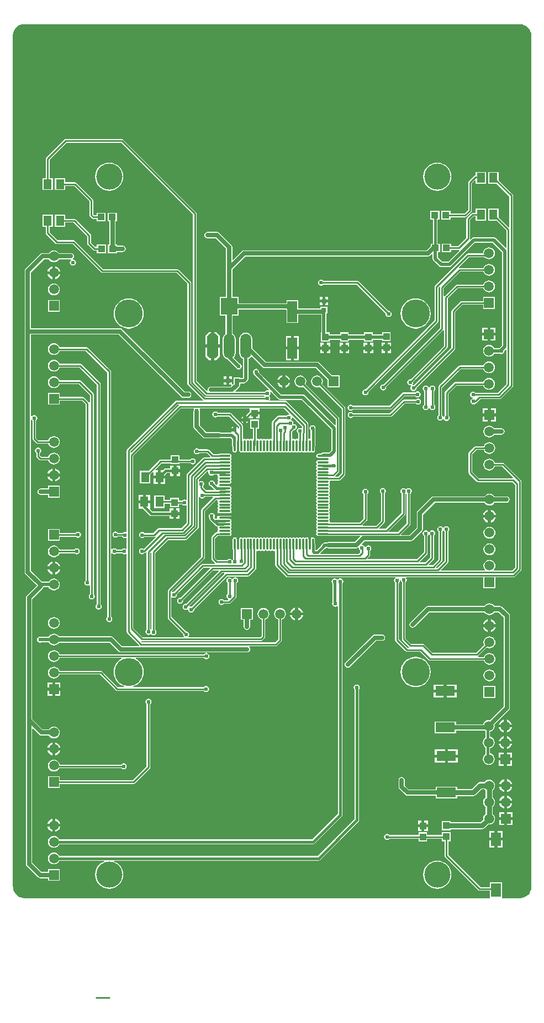
<source format=gtl>
G04 Layer_Physical_Order=1*
G04 Layer_Color=255*
%FSLAX24Y24*%
%MOIN*%
G70*
G01*
G75*
%ADD10R,0.0591X0.1260*%
%ADD11R,0.0300X0.0300*%
%ADD12R,0.0394X0.0433*%
%ADD13R,0.0300X0.0300*%
%ADD14O,0.0118X0.0709*%
%ADD15O,0.0709X0.0118*%
G04:AMPARAMS|DCode=16|XSize=150mil|YSize=65mil|CornerRadius=0mil|HoleSize=0mil|Usage=FLASHONLY|Rotation=90.000|XOffset=0mil|YOffset=0mil|HoleType=Round|Shape=Octagon|*
%AMOCTAGOND16*
4,1,8,0.0163,0.0750,-0.0163,0.0750,-0.0325,0.0588,-0.0325,-0.0588,-0.0163,-0.0750,0.0163,-0.0750,0.0325,-0.0588,0.0325,0.0588,0.0163,0.0750,0.0*
%
%ADD16OCTAGOND16*%

%ADD17O,0.0650X0.1500*%
%ADD18R,0.1000X0.1000*%
%ADD19R,0.0512X0.0591*%
%ADD20R,0.0591X0.0787*%
%ADD21R,0.0433X0.0394*%
%ADD22R,0.0512X0.0630*%
%ADD23R,0.1181X0.0591*%
%ADD24C,0.0200*%
%ADD25C,0.0150*%
%ADD26C,0.0100*%
%ADD27C,0.0250*%
%ADD28C,0.0300*%
%ADD29C,0.0500*%
%ADD30R,0.0591X0.0591*%
%ADD31C,0.0591*%
%ADD32R,0.0591X0.0591*%
%ADD33C,0.1575*%
%ADD34C,0.1693*%
%ADD35C,0.0240*%
G36*
X22037Y58819D02*
X51919Y58809D01*
X51968Y58809D01*
X52017Y58805D01*
X52100Y58796D01*
X52227Y58758D01*
X52344Y58695D01*
X52446Y58611D01*
X52530Y58509D01*
X52593Y58392D01*
X52631Y58265D01*
X52644Y58138D01*
Y6693D01*
X52644Y6692D01*
X52631Y6561D01*
X52593Y6434D01*
X52530Y6318D01*
X52446Y6215D01*
X52344Y6131D01*
X52227Y6069D01*
X52100Y6030D01*
X51970Y6017D01*
X51968Y6018D01*
X50888D01*
X50873Y6061D01*
X50873Y6068D01*
Y6969D01*
X50162D01*
Y6687D01*
X49574D01*
X47630Y8631D01*
Y9452D01*
X47775D01*
Y10005D01*
X47261D01*
Y9837D01*
X46359D01*
Y10001D01*
X45846D01*
Y9837D01*
X44076D01*
X44064Y9854D01*
X44005Y9894D01*
X43934Y9908D01*
X43864Y9894D01*
X43805Y9854D01*
X43765Y9795D01*
X43751Y9724D01*
X43765Y9654D01*
X43805Y9595D01*
X43864Y9555D01*
X43934Y9541D01*
X44005Y9555D01*
X44064Y9595D01*
X44076Y9612D01*
X45846D01*
Y9448D01*
X46359D01*
Y9612D01*
X47261D01*
Y9452D01*
X47406D01*
Y8585D01*
X47406Y8585D01*
X47414Y8542D01*
X47438Y8505D01*
X49448Y6496D01*
X49485Y6471D01*
X49528Y6463D01*
X49528Y6463D01*
X50162D01*
Y6068D01*
X50162Y6061D01*
X50147Y6018D01*
X22047D01*
X22046Y6017D01*
X21915Y6030D01*
X21789Y6069D01*
X21687Y6123D01*
X21477Y6333D01*
X21423Y6434D01*
X21385Y6561D01*
X21376Y6645D01*
X21372Y6693D01*
X21363Y6736D01*
X21362Y6738D01*
Y58144D01*
X21362Y58145D01*
X21375Y58275D01*
X21413Y58402D01*
X21475Y58519D01*
X21559Y58621D01*
X21662Y58705D01*
X21779Y58768D01*
X21905Y58806D01*
X22035Y58819D01*
X22037Y58819D01*
D02*
G37*
%LPC*%
G36*
X24225Y19038D02*
X23920D01*
Y18733D01*
X24225D01*
Y19038D01*
D02*
G37*
G36*
X45669Y20596D02*
X45492Y20578D01*
X45321Y20527D01*
X45163Y20442D01*
X45025Y20329D01*
X44912Y20191D01*
X44828Y20034D01*
X44776Y19863D01*
X44758Y19685D01*
X44776Y19507D01*
X44828Y19336D01*
X44912Y19179D01*
X45025Y19041D01*
X45163Y18928D01*
X45321Y18844D01*
X45492Y18792D01*
X45669Y18774D01*
X45847Y18792D01*
X46018Y18844D01*
X46175Y18928D01*
X46313Y19041D01*
X46427Y19179D01*
X46511Y19336D01*
X46563Y19507D01*
X46580Y19685D01*
X46563Y19863D01*
X46511Y20034D01*
X46427Y20191D01*
X46313Y20329D01*
X46175Y20442D01*
X46018Y20527D01*
X45847Y20578D01*
X45669Y20596D01*
D02*
G37*
G36*
X23740Y19038D02*
X23435D01*
Y18733D01*
X23740D01*
Y19038D01*
D02*
G37*
G36*
X47360Y18925D02*
X46759D01*
Y18620D01*
X47360D01*
Y18925D01*
D02*
G37*
G36*
X48141D02*
X47540D01*
Y18620D01*
X48141D01*
Y18925D01*
D02*
G37*
G36*
X50118Y19839D02*
X50025Y19826D01*
X49939Y19791D01*
X49865Y19734D01*
X49808Y19659D01*
X49772Y19573D01*
X49760Y19480D01*
X49772Y19388D01*
X49808Y19301D01*
X49865Y19227D01*
X49939Y19170D01*
X50025Y19134D01*
X50118Y19122D01*
X50211Y19134D01*
X50297Y19170D01*
X50371Y19227D01*
X50428Y19301D01*
X50464Y19388D01*
X50476Y19480D01*
X50464Y19573D01*
X50428Y19659D01*
X50371Y19734D01*
X50297Y19791D01*
X50211Y19826D01*
X50118Y19839D01*
D02*
G37*
G36*
X35836Y23544D02*
X35125D01*
Y22834D01*
X35292D01*
Y22410D01*
X35306Y22338D01*
X35347Y22277D01*
X35408Y22236D01*
X35480Y22222D01*
X35552Y22236D01*
X35614Y22277D01*
X35655Y22338D01*
X35669Y22410D01*
Y22834D01*
X35836D01*
Y23544D01*
D02*
G37*
G36*
X23830Y23001D02*
X23737Y22989D01*
X23651Y22953D01*
X23577Y22896D01*
X23520Y22822D01*
X23484Y22736D01*
X23472Y22643D01*
X23484Y22550D01*
X23520Y22464D01*
X23577Y22390D01*
X23651Y22333D01*
X23737Y22297D01*
X23830Y22285D01*
X23923Y22297D01*
X24009Y22333D01*
X24083Y22390D01*
X24140Y22464D01*
X24176Y22550D01*
X24188Y22643D01*
X24176Y22736D01*
X24140Y22822D01*
X24083Y22896D01*
X24009Y22953D01*
X23923Y22989D01*
X23830Y23001D01*
D02*
G37*
G36*
X50505Y22390D02*
X50208D01*
Y22093D01*
X50221Y22095D01*
X50317Y22135D01*
X50400Y22198D01*
X50463Y22281D01*
X50503Y22377D01*
X50505Y22390D01*
D02*
G37*
G36*
X43630Y21949D02*
X43200D01*
X43128Y21934D01*
X43067Y21893D01*
X41437Y20263D01*
X41396Y20202D01*
X41381Y20130D01*
X41396Y20058D01*
X41437Y19997D01*
X41498Y19956D01*
X41570Y19941D01*
X41642Y19956D01*
X41703Y19997D01*
X43278Y21571D01*
X43630D01*
X43702Y21586D01*
X43763Y21627D01*
X43804Y21688D01*
X43819Y21760D01*
X43804Y21832D01*
X43763Y21893D01*
X43702Y21934D01*
X43630Y21949D01*
D02*
G37*
G36*
X50028Y22390D02*
X49731D01*
X49733Y22377D01*
X49773Y22281D01*
X49836Y22198D01*
X49919Y22135D01*
X50015Y22095D01*
X50028Y22093D01*
Y22390D01*
D02*
G37*
G36*
X50990Y16807D02*
X50977Y16805D01*
X50881Y16765D01*
X50798Y16702D01*
X50735Y16619D01*
X50695Y16523D01*
X50693Y16510D01*
X50990D01*
Y16807D01*
D02*
G37*
G36*
X51170D02*
Y16510D01*
X51467D01*
X51465Y16523D01*
X51425Y16619D01*
X51362Y16702D01*
X51279Y16765D01*
X51183Y16805D01*
X51170Y16807D01*
D02*
G37*
G36*
X51467Y16330D02*
X51170D01*
Y16033D01*
X51183Y16035D01*
X51279Y16075D01*
X51362Y16138D01*
X51425Y16221D01*
X51465Y16317D01*
X51467Y16330D01*
D02*
G37*
G36*
X51170Y15807D02*
Y15510D01*
X51467D01*
X51465Y15523D01*
X51425Y15619D01*
X51362Y15702D01*
X51279Y15765D01*
X51183Y15805D01*
X51170Y15807D01*
D02*
G37*
G36*
X50990Y16330D02*
X50693D01*
X50695Y16317D01*
X50735Y16221D01*
X50798Y16138D01*
X50881Y16075D01*
X50977Y16035D01*
X50990Y16033D01*
Y16330D01*
D02*
G37*
G36*
X50118Y23839D02*
X50025Y23826D01*
X49939Y23791D01*
X49865Y23734D01*
X49815Y23669D01*
X46420D01*
X46348Y23655D01*
X46287Y23614D01*
X45347Y22673D01*
X45306Y22612D01*
X45291Y22540D01*
X45306Y22468D01*
X45347Y22407D01*
X45408Y22366D01*
X45480Y22351D01*
X45552Y22366D01*
X45613Y22407D01*
X46498Y23292D01*
X49815D01*
X49865Y23227D01*
X49939Y23170D01*
X50025Y23134D01*
X50118Y23122D01*
X50211Y23134D01*
X50297Y23170D01*
X50371Y23227D01*
X50421Y23292D01*
X50682D01*
X50981Y22992D01*
Y17588D01*
X50161Y16768D01*
X50080Y16778D01*
X49987Y16766D01*
X49901Y16730D01*
X49827Y16673D01*
X49770Y16599D01*
X49736Y16519D01*
X48101D01*
Y16685D01*
X46799D01*
Y15975D01*
X48101D01*
Y16141D01*
X49860D01*
X49886Y16121D01*
Y15719D01*
X49827Y15673D01*
X49770Y15599D01*
X49734Y15513D01*
X49722Y15420D01*
X49734Y15327D01*
X49770Y15241D01*
X49827Y15167D01*
X49886Y15121D01*
Y14719D01*
X49827Y14673D01*
X49770Y14599D01*
X49734Y14513D01*
X49722Y14420D01*
X49734Y14327D01*
X49770Y14241D01*
X49827Y14167D01*
X49901Y14110D01*
X49987Y14074D01*
X50080Y14062D01*
X50173Y14074D01*
X50259Y14110D01*
X50333Y14167D01*
X50390Y14241D01*
X50426Y14327D01*
X50438Y14420D01*
X50426Y14513D01*
X50390Y14599D01*
X50333Y14673D01*
X50259Y14730D01*
X50173Y14766D01*
X50161Y14768D01*
Y15072D01*
X50173Y15074D01*
X50259Y15110D01*
X50333Y15167D01*
X50390Y15241D01*
X50426Y15327D01*
X50438Y15420D01*
X50426Y15513D01*
X50390Y15599D01*
X50333Y15673D01*
X50259Y15730D01*
X50173Y15766D01*
X50161Y15768D01*
Y16072D01*
X50173Y16074D01*
X50259Y16110D01*
X50333Y16167D01*
X50390Y16241D01*
X50426Y16327D01*
X50438Y16420D01*
X50428Y16501D01*
X51303Y17377D01*
X51344Y17438D01*
X51359Y17510D01*
Y23070D01*
X51344Y23142D01*
X51303Y23204D01*
X50893Y23614D01*
X50832Y23655D01*
X50760Y23669D01*
X50421D01*
X50371Y23734D01*
X50297Y23791D01*
X50211Y23826D01*
X50118Y23839D01*
D02*
G37*
G36*
X23740Y18553D02*
X23435D01*
Y18248D01*
X23740D01*
Y18553D01*
D02*
G37*
G36*
X24225D02*
X23920D01*
Y18248D01*
X24225D01*
Y18553D01*
D02*
G37*
G36*
X48141Y18440D02*
X47540D01*
Y18135D01*
X48141D01*
Y18440D01*
D02*
G37*
G36*
X50473Y18836D02*
X49763D01*
Y18125D01*
X50473D01*
Y18836D01*
D02*
G37*
G36*
X47360Y18440D02*
X46759D01*
Y18135D01*
X47360D01*
Y18440D01*
D02*
G37*
G36*
X23830Y27331D02*
X23737Y27318D01*
X23651Y27283D01*
X23577Y27226D01*
X23520Y27151D01*
X23484Y27065D01*
X23472Y26972D01*
X23484Y26879D01*
X23520Y26793D01*
X23577Y26719D01*
X23651Y26662D01*
X23737Y26626D01*
X23830Y26614D01*
X23923Y26626D01*
X24009Y26662D01*
X24083Y26719D01*
X24140Y26793D01*
X24168Y26860D01*
X25061D01*
X25072Y26842D01*
X25132Y26803D01*
X25202Y26789D01*
X25272Y26803D01*
X25332Y26842D01*
X25372Y26902D01*
X25386Y26972D01*
X25372Y27042D01*
X25332Y27102D01*
X25272Y27142D01*
X25202Y27156D01*
X25132Y27142D01*
X25072Y27102D01*
X25061Y27084D01*
X24168D01*
X24140Y27151D01*
X24083Y27226D01*
X24009Y27283D01*
X23923Y27318D01*
X23830Y27331D01*
D02*
G37*
G36*
X50118Y28461D02*
X50025Y28448D01*
X49939Y28413D01*
X49865Y28356D01*
X49808Y28282D01*
X49772Y28195D01*
X49760Y28102D01*
X49772Y28010D01*
X49808Y27923D01*
X49865Y27849D01*
X49939Y27792D01*
X50025Y27756D01*
X50118Y27744D01*
X50211Y27756D01*
X50297Y27792D01*
X50371Y27849D01*
X50428Y27923D01*
X50464Y28010D01*
X50476Y28102D01*
X50464Y28195D01*
X50428Y28282D01*
X50371Y28356D01*
X50297Y28413D01*
X50211Y28448D01*
X50118Y28461D01*
D02*
G37*
G36*
Y27461D02*
X50025Y27448D01*
X49939Y27413D01*
X49865Y27356D01*
X49808Y27282D01*
X49772Y27195D01*
X49760Y27102D01*
X49772Y27010D01*
X49808Y26923D01*
X49865Y26849D01*
X49939Y26792D01*
X50025Y26756D01*
X50118Y26744D01*
X50211Y26756D01*
X50297Y26792D01*
X50371Y26849D01*
X50428Y26923D01*
X50464Y27010D01*
X50476Y27102D01*
X50464Y27195D01*
X50428Y27282D01*
X50371Y27356D01*
X50297Y27413D01*
X50211Y27448D01*
X50118Y27461D01*
D02*
G37*
G36*
X23740Y26359D02*
X23727Y26357D01*
X23631Y26317D01*
X23548Y26254D01*
X23485Y26172D01*
X23445Y26075D01*
X23443Y26062D01*
X23740D01*
Y26359D01*
D02*
G37*
G36*
X23920D02*
Y26062D01*
X24217D01*
X24215Y26075D01*
X24175Y26172D01*
X24112Y26254D01*
X24029Y26317D01*
X23933Y26357D01*
X23920Y26359D01*
D02*
G37*
G36*
X24185Y28327D02*
X23475D01*
Y27617D01*
X24185D01*
Y27860D01*
X25146D01*
X25158Y27842D01*
X25218Y27803D01*
X25288Y27789D01*
X25358Y27803D01*
X25418Y27842D01*
X25457Y27902D01*
X25471Y27972D01*
X25457Y28042D01*
X25418Y28102D01*
X25358Y28142D01*
X25288Y28156D01*
X25218Y28142D01*
X25158Y28102D01*
X25146Y28084D01*
X24185D01*
Y28327D01*
D02*
G37*
G36*
X50208Y29489D02*
Y29192D01*
X50505D01*
X50503Y29206D01*
X50463Y29302D01*
X50400Y29384D01*
X50317Y29448D01*
X50221Y29487D01*
X50208Y29489D01*
D02*
G37*
G36*
X24185Y30937D02*
X23475D01*
Y30770D01*
X23031D01*
X22959Y30756D01*
X22898Y30715D01*
X22857Y30654D01*
X22856Y30649D01*
X22850Y30640D01*
X22836Y30570D01*
X22850Y30500D01*
X22890Y30440D01*
X22950Y30400D01*
X23020Y30386D01*
X23052Y30393D01*
X23475D01*
Y30226D01*
X24185D01*
Y30937D01*
D02*
G37*
G36*
X50028Y29489D02*
X50015Y29487D01*
X49919Y29448D01*
X49836Y29384D01*
X49773Y29302D01*
X49733Y29206D01*
X49731Y29192D01*
X50028D01*
Y29489D01*
D02*
G37*
G36*
Y29012D02*
X49731D01*
X49733Y28999D01*
X49773Y28903D01*
X49836Y28820D01*
X49919Y28757D01*
X50015Y28717D01*
X50028Y28716D01*
Y29012D01*
D02*
G37*
G36*
X50505D02*
X50208D01*
Y28716D01*
X50221Y28717D01*
X50317Y28757D01*
X50400Y28820D01*
X50463Y28903D01*
X50503Y28999D01*
X50505Y29012D01*
D02*
G37*
G36*
X38867Y23099D02*
X38570D01*
Y22802D01*
X38584Y22804D01*
X38680Y22844D01*
X38762Y22907D01*
X38826Y22990D01*
X38865Y23086D01*
X38867Y23099D01*
D02*
G37*
G36*
X38390Y23576D02*
X38377Y23574D01*
X38281Y23534D01*
X38198Y23471D01*
X38135Y23388D01*
X38095Y23292D01*
X38093Y23279D01*
X38390D01*
Y23576D01*
D02*
G37*
G36*
Y23099D02*
X38093D01*
X38095Y23086D01*
X38135Y22990D01*
X38198Y22907D01*
X38281Y22844D01*
X38377Y22804D01*
X38390Y22802D01*
Y23099D01*
D02*
G37*
G36*
X50028Y22867D02*
X50015Y22865D01*
X49919Y22826D01*
X49836Y22762D01*
X49773Y22680D01*
X49733Y22583D01*
X49731Y22570D01*
X50028D01*
Y22867D01*
D02*
G37*
G36*
X50208D02*
Y22570D01*
X50505D01*
X50503Y22583D01*
X50463Y22680D01*
X50400Y22762D01*
X50317Y22826D01*
X50221Y22865D01*
X50208Y22867D01*
D02*
G37*
G36*
X38570Y23576D02*
Y23279D01*
X38867D01*
X38865Y23292D01*
X38826Y23388D01*
X38762Y23471D01*
X38680Y23534D01*
X38584Y23574D01*
X38570Y23576D01*
D02*
G37*
G36*
X23740Y25882D02*
X23443D01*
X23445Y25869D01*
X23485Y25773D01*
X23548Y25690D01*
X23631Y25627D01*
X23727Y25587D01*
X23740Y25585D01*
Y25882D01*
D02*
G37*
G36*
X24217D02*
X23920D01*
Y25585D01*
X23933Y25587D01*
X24029Y25627D01*
X24112Y25690D01*
X24175Y25773D01*
X24215Y25869D01*
X24217Y25882D01*
D02*
G37*
G36*
X34770Y25404D02*
X34700Y25390D01*
X34640Y25350D01*
X34623Y25325D01*
X34563D01*
X34560Y25330D01*
X34500Y25370D01*
X34430Y25384D01*
X34360Y25370D01*
X34300Y25330D01*
X34260Y25270D01*
X34246Y25200D01*
X34260Y25130D01*
X34300Y25070D01*
X34318Y25058D01*
Y24402D01*
X34300Y24390D01*
X34260Y24330D01*
X34246Y24260D01*
X34260Y24190D01*
X34300Y24130D01*
X34341Y24103D01*
X34353Y24046D01*
X34335Y24022D01*
X34092D01*
X34080Y24040D01*
X34020Y24080D01*
X33950Y24094D01*
X33880Y24080D01*
X33820Y24040D01*
X33780Y23980D01*
X33766Y23910D01*
X33780Y23840D01*
X33820Y23780D01*
X33880Y23740D01*
X33950Y23726D01*
X34020Y23740D01*
X34080Y23780D01*
X34092Y23798D01*
X34405D01*
X34405Y23798D01*
X34448Y23806D01*
X34485Y23831D01*
X34829Y24175D01*
X34829Y24175D01*
X34854Y24212D01*
X34862Y24255D01*
Y25065D01*
X34900Y25090D01*
X34940Y25150D01*
X34954Y25220D01*
X34940Y25290D01*
X34900Y25350D01*
X34840Y25390D01*
X34770Y25404D01*
D02*
G37*
G36*
X23830Y38549D02*
X23737Y38537D01*
X23651Y38501D01*
X23577Y38444D01*
X23520Y38370D01*
X23484Y38283D01*
X23472Y38191D01*
X23484Y38098D01*
X23520Y38012D01*
X23577Y37937D01*
X23651Y37880D01*
X23737Y37845D01*
X23830Y37832D01*
X23923Y37845D01*
X24009Y37880D01*
X24083Y37937D01*
X24140Y38012D01*
X24168Y38079D01*
X25383D01*
X26418Y37044D01*
Y23782D01*
X26400Y23770D01*
X26360Y23710D01*
X26346Y23640D01*
X26360Y23570D01*
X26400Y23510D01*
X26460Y23470D01*
X26530Y23456D01*
X26600Y23470D01*
X26660Y23510D01*
X26700Y23570D01*
X26714Y23640D01*
X26700Y23710D01*
X26660Y23770D01*
X26642Y23782D01*
Y37090D01*
X26642Y37090D01*
X26634Y37133D01*
X26609Y37169D01*
X26609Y37169D01*
X25509Y38270D01*
X25472Y38294D01*
X25429Y38303D01*
X25429Y38303D01*
X24168D01*
X24140Y38370D01*
X24083Y38444D01*
X24009Y38501D01*
X23923Y38537D01*
X23830Y38549D01*
D02*
G37*
G36*
X41120Y25344D02*
X41050Y25330D01*
X40990Y25290D01*
X40977Y25270D01*
X40917D01*
X40910Y25280D01*
X40850Y25320D01*
X40780Y25334D01*
X40710Y25320D01*
X40650Y25280D01*
X40610Y25220D01*
X40596Y25150D01*
X40610Y25080D01*
X40642Y25032D01*
Y23888D01*
X40630Y23870D01*
X40616Y23800D01*
X40630Y23730D01*
X40670Y23670D01*
X40730Y23630D01*
X40800Y23616D01*
X40870Y23630D01*
X40930Y23670D01*
X40932Y23674D01*
X40982Y23659D01*
Y11117D01*
X39427Y9562D01*
X24158D01*
X24140Y9603D01*
X24083Y9678D01*
X24009Y9735D01*
X23923Y9770D01*
X23830Y9783D01*
X23737Y9770D01*
X23651Y9735D01*
X23577Y9678D01*
X23520Y9603D01*
X23484Y9517D01*
X23472Y9424D01*
X23484Y9332D01*
X23520Y9245D01*
X23577Y9171D01*
X23651Y9114D01*
X23737Y9078D01*
X23830Y9066D01*
X23923Y9078D01*
X24009Y9114D01*
X24083Y9171D01*
X24140Y9245D01*
X24158Y9287D01*
X39484D01*
X39537Y9297D01*
X39582Y9327D01*
X41217Y10963D01*
X41217Y10963D01*
X41247Y11007D01*
X41258Y11060D01*
X41258Y11060D01*
Y25042D01*
X41290Y25090D01*
X41304Y25160D01*
X41290Y25230D01*
X41250Y25290D01*
X41190Y25330D01*
X41120Y25344D01*
D02*
G37*
G36*
X23740Y10811D02*
X23727Y10809D01*
X23631Y10770D01*
X23548Y10706D01*
X23485Y10624D01*
X23445Y10528D01*
X23443Y10514D01*
X23740D01*
Y10811D01*
D02*
G37*
G36*
X23920D02*
Y10514D01*
X24217D01*
X24215Y10528D01*
X24175Y10624D01*
X24112Y10706D01*
X24029Y10770D01*
X23933Y10809D01*
X23920Y10811D01*
D02*
G37*
G36*
X46399Y10710D02*
X46192D01*
Y10484D01*
X46399D01*
Y10710D01*
D02*
G37*
G36*
X51498Y10737D02*
X51192D01*
Y10431D01*
X51498D01*
Y10737D01*
D02*
G37*
G36*
X46012Y10710D02*
X45806D01*
Y10484D01*
X46012D01*
Y10710D01*
D02*
G37*
G36*
X44828Y13339D02*
X44756Y13324D01*
X44695Y13283D01*
X44654Y13222D01*
X44640Y13150D01*
Y12742D01*
X44654Y12669D01*
X44695Y12608D01*
X45035Y12268D01*
X45096Y12227D01*
X45168Y12213D01*
X46869D01*
Y12046D01*
X48170D01*
Y12187D01*
X49134D01*
X49216Y12204D01*
X49285Y12250D01*
X49648Y12613D01*
X49819D01*
X49849Y12573D01*
X49888Y12543D01*
Y12110D01*
X49849Y12080D01*
X49792Y12006D01*
X49756Y11920D01*
X49744Y11827D01*
X49756Y11734D01*
X49792Y11648D01*
X49849Y11573D01*
X49888Y11543D01*
Y11110D01*
X49849Y11080D01*
X49792Y11006D01*
X49756Y10920D01*
X49744Y10827D01*
X49750Y10778D01*
X49585Y10612D01*
X47775D01*
Y10675D01*
X47261D01*
Y10122D01*
X47775D01*
Y10184D01*
X49674D01*
X49756Y10200D01*
X49825Y10247D01*
X50053Y10475D01*
X50102Y10468D01*
X50195Y10481D01*
X50282Y10516D01*
X50356Y10573D01*
X50413Y10648D01*
X50448Y10734D01*
X50461Y10827D01*
X50448Y10920D01*
X50413Y11006D01*
X50356Y11080D01*
X50316Y11110D01*
Y11543D01*
X50356Y11573D01*
X50413Y11648D01*
X50448Y11734D01*
X50461Y11827D01*
X50448Y11920D01*
X50413Y12006D01*
X50356Y12080D01*
X50316Y12110D01*
Y12543D01*
X50356Y12573D01*
X50413Y12648D01*
X50448Y12734D01*
X50461Y12827D01*
X50448Y12920D01*
X50413Y13006D01*
X50356Y13080D01*
X50282Y13137D01*
X50195Y13173D01*
X50102Y13185D01*
X50010Y13173D01*
X49923Y13137D01*
X49849Y13080D01*
X49819Y13041D01*
X49559D01*
X49477Y13025D01*
X49408Y12978D01*
X49045Y12616D01*
X48170D01*
Y12757D01*
X46869D01*
Y12590D01*
X45247D01*
X45017Y12820D01*
Y13150D01*
X45003Y13222D01*
X44962Y13283D01*
X44901Y13324D01*
X44828Y13339D01*
D02*
G37*
G36*
X51012Y11737D02*
X50716D01*
X50717Y11724D01*
X50757Y11627D01*
X50820Y11545D01*
X50903Y11481D01*
X50999Y11442D01*
X51012Y11440D01*
Y11737D01*
D02*
G37*
G36*
Y12214D02*
X50999Y12212D01*
X50903Y12172D01*
X50820Y12109D01*
X50757Y12026D01*
X50717Y11930D01*
X50716Y11917D01*
X51012D01*
Y12214D01*
D02*
G37*
G36*
X51489Y11737D02*
X51192D01*
Y11440D01*
X51206Y11442D01*
X51302Y11481D01*
X51384Y11545D01*
X51448Y11627D01*
X51487Y11724D01*
X51489Y11737D01*
D02*
G37*
G36*
X51012Y11222D02*
X50707D01*
Y10917D01*
X51012D01*
Y11222D01*
D02*
G37*
G36*
X51498D02*
X51192D01*
Y10917D01*
X51498D01*
Y11222D01*
D02*
G37*
G36*
X50913Y9496D02*
X50607D01*
Y9092D01*
X50913D01*
Y9496D01*
D02*
G37*
G36*
X50427Y10080D02*
X50122D01*
Y9676D01*
X50427D01*
Y10080D01*
D02*
G37*
G36*
Y9496D02*
X50122D01*
Y9092D01*
X50427D01*
Y9496D01*
D02*
G37*
G36*
X46968Y8292D02*
X46802Y8276D01*
X46643Y8228D01*
X46495Y8149D01*
X46366Y8043D01*
X46261Y7914D01*
X46182Y7767D01*
X46133Y7607D01*
X46117Y7441D01*
X46133Y7275D01*
X46182Y7115D01*
X46261Y6968D01*
X46366Y6839D01*
X46495Y6733D01*
X46643Y6654D01*
X46802Y6606D01*
X46968Y6589D01*
X47135Y6606D01*
X47294Y6654D01*
X47442Y6733D01*
X47571Y6839D01*
X47677Y6968D01*
X47755Y7115D01*
X47804Y7275D01*
X47820Y7441D01*
X47804Y7607D01*
X47755Y7767D01*
X47677Y7914D01*
X47571Y8043D01*
X47442Y8149D01*
X47294Y8228D01*
X47135Y8276D01*
X46968Y8292D01*
D02*
G37*
G36*
X42110Y18924D02*
X42040Y18910D01*
X41980Y18870D01*
X41940Y18810D01*
X41926Y18740D01*
X41940Y18670D01*
X41972Y18622D01*
Y10787D01*
X39747Y8562D01*
X24158D01*
X24140Y8604D01*
X24083Y8678D01*
X24009Y8735D01*
X23923Y8770D01*
X23830Y8783D01*
X23737Y8770D01*
X23651Y8735D01*
X23577Y8678D01*
X23520Y8604D01*
X23484Y8517D01*
X23472Y8424D01*
X23484Y8332D01*
X23520Y8245D01*
X23577Y8171D01*
X23651Y8114D01*
X23737Y8078D01*
X23830Y8066D01*
X23923Y8078D01*
X24009Y8114D01*
X24083Y8171D01*
X24140Y8245D01*
X24158Y8287D01*
X26862D01*
X26869Y8237D01*
X26839Y8228D01*
X26692Y8149D01*
X26563Y8043D01*
X26457Y7914D01*
X26379Y7767D01*
X26330Y7607D01*
X26314Y7441D01*
X26330Y7275D01*
X26379Y7115D01*
X26457Y6968D01*
X26563Y6839D01*
X26692Y6733D01*
X26839Y6654D01*
X26999Y6606D01*
X27165Y6589D01*
X27331Y6606D01*
X27491Y6654D01*
X27638Y6733D01*
X27767Y6839D01*
X27873Y6968D01*
X27952Y7115D01*
X28001Y7275D01*
X28017Y7441D01*
X28001Y7607D01*
X27952Y7767D01*
X27873Y7914D01*
X27767Y8043D01*
X27638Y8149D01*
X27491Y8228D01*
X27461Y8237D01*
X27469Y8287D01*
X39804D01*
X39857Y8297D01*
X39902Y8327D01*
X42207Y10633D01*
X42237Y10677D01*
X42248Y10730D01*
X42248Y10730D01*
Y18622D01*
X42280Y18670D01*
X42294Y18740D01*
X42280Y18810D01*
X42240Y18870D01*
X42180Y18910D01*
X42110Y18924D01*
D02*
G37*
G36*
X50913Y10080D02*
X50607D01*
Y9676D01*
X50913D01*
Y10080D01*
D02*
G37*
G36*
X46399Y10304D02*
X46192D01*
Y10077D01*
X46399D01*
Y10304D01*
D02*
G37*
G36*
X51012Y10737D02*
X50707D01*
Y10431D01*
X51012D01*
Y10737D01*
D02*
G37*
G36*
X46012Y10304D02*
X45806D01*
Y10077D01*
X46012D01*
Y10304D01*
D02*
G37*
G36*
X23740Y10334D02*
X23443D01*
X23445Y10321D01*
X23485Y10225D01*
X23548Y10142D01*
X23631Y10079D01*
X23727Y10039D01*
X23740Y10037D01*
Y10334D01*
D02*
G37*
G36*
X24217D02*
X23920D01*
Y10037D01*
X23933Y10039D01*
X24029Y10079D01*
X24112Y10142D01*
X24175Y10225D01*
X24215Y10321D01*
X24217Y10334D01*
D02*
G37*
G36*
Y14944D02*
X23920D01*
Y14647D01*
X23933Y14649D01*
X24029Y14688D01*
X24112Y14752D01*
X24175Y14834D01*
X24215Y14930D01*
X24217Y14944D01*
D02*
G37*
G36*
X47430Y14997D02*
X46829D01*
Y14692D01*
X47430D01*
Y14997D01*
D02*
G37*
G36*
X23740Y14944D02*
X23443D01*
X23445Y14930D01*
X23485Y14834D01*
X23548Y14752D01*
X23631Y14688D01*
X23727Y14649D01*
X23740Y14647D01*
Y14944D01*
D02*
G37*
G36*
X50990Y14815D02*
X50685D01*
Y14510D01*
X50990D01*
Y14815D01*
D02*
G37*
G36*
X51475D02*
X51170D01*
Y14510D01*
X51475D01*
Y14815D01*
D02*
G37*
G36*
X48210Y14997D02*
X47610D01*
Y14692D01*
X48210D01*
Y14997D01*
D02*
G37*
G36*
X23920Y15420D02*
Y15124D01*
X24217D01*
X24215Y15137D01*
X24175Y15233D01*
X24112Y15316D01*
X24029Y15379D01*
X23933Y15419D01*
X23920Y15420D01*
D02*
G37*
G36*
X50990Y15807D02*
X50977Y15805D01*
X50881Y15765D01*
X50798Y15702D01*
X50735Y15619D01*
X50695Y15523D01*
X50693Y15510D01*
X50990D01*
Y15807D01*
D02*
G37*
G36*
X23740Y15420D02*
X23727Y15419D01*
X23631Y15379D01*
X23548Y15316D01*
X23485Y15233D01*
X23445Y15137D01*
X23443Y15124D01*
X23740D01*
Y15420D01*
D02*
G37*
G36*
X50990Y15330D02*
X50693D01*
X50695Y15317D01*
X50735Y15221D01*
X50798Y15138D01*
X50881Y15075D01*
X50977Y15035D01*
X50990Y15033D01*
Y15330D01*
D02*
G37*
G36*
X51467D02*
X51170D01*
Y15033D01*
X51183Y15035D01*
X51279Y15075D01*
X51362Y15138D01*
X51425Y15221D01*
X51465Y15317D01*
X51467Y15330D01*
D02*
G37*
G36*
X51012Y13214D02*
X50999Y13212D01*
X50903Y13172D01*
X50820Y13109D01*
X50757Y13026D01*
X50717Y12930D01*
X50716Y12917D01*
X51012D01*
Y13214D01*
D02*
G37*
G36*
X51192Y13214D02*
Y12917D01*
X51489D01*
X51487Y12930D01*
X51448Y13026D01*
X51384Y13109D01*
X51302Y13172D01*
X51206Y13212D01*
X51192Y13214D01*
D02*
G37*
G36*
X51012Y12737D02*
X50716D01*
X50717Y12724D01*
X50757Y12627D01*
X50820Y12545D01*
X50903Y12481D01*
X50999Y12442D01*
X51012Y12440D01*
Y12737D01*
D02*
G37*
G36*
X51192Y12214D02*
Y11917D01*
X51489D01*
X51487Y11930D01*
X51448Y12026D01*
X51384Y12109D01*
X51302Y12172D01*
X51206Y12212D01*
X51192Y12214D01*
D02*
G37*
G36*
X51489Y12737D02*
X51192D01*
Y12440D01*
X51206Y12442D01*
X51302Y12481D01*
X51384Y12545D01*
X51448Y12627D01*
X51487Y12724D01*
X51489Y12737D01*
D02*
G37*
G36*
X29540Y18074D02*
X29470Y18060D01*
X29410Y18020D01*
X29370Y17960D01*
X29356Y17890D01*
X29370Y17820D01*
X29410Y17760D01*
X29428Y17748D01*
Y13976D01*
X28597Y13146D01*
X24185D01*
Y13389D01*
X23475D01*
Y12678D01*
X24185D01*
Y12921D01*
X28644D01*
X28644Y12921D01*
X28687Y12930D01*
X28723Y12954D01*
X29619Y13851D01*
X29619Y13851D01*
X29644Y13887D01*
X29652Y13930D01*
X29652Y13930D01*
Y17748D01*
X29670Y17760D01*
X29710Y17820D01*
X29724Y17890D01*
X29710Y17960D01*
X29670Y18020D01*
X29610Y18060D01*
X29540Y18074D01*
D02*
G37*
G36*
X47430Y14512D02*
X46829D01*
Y14206D01*
X47430D01*
Y14512D01*
D02*
G37*
G36*
X48210D02*
X47610D01*
Y14206D01*
X48210D01*
Y14512D01*
D02*
G37*
G36*
X51475Y14330D02*
X51170D01*
Y14025D01*
X51475D01*
Y14330D01*
D02*
G37*
G36*
X23830Y14392D02*
X23737Y14380D01*
X23651Y14344D01*
X23577Y14287D01*
X23520Y14213D01*
X23484Y14126D01*
X23472Y14034D01*
X23484Y13941D01*
X23520Y13854D01*
X23577Y13780D01*
X23651Y13723D01*
X23737Y13687D01*
X23830Y13675D01*
X23923Y13687D01*
X24009Y13723D01*
X24083Y13780D01*
X24140Y13854D01*
X24146Y13868D01*
X27898D01*
X27910Y13850D01*
X27970Y13810D01*
X28040Y13796D01*
X28110Y13810D01*
X28170Y13850D01*
X28210Y13910D01*
X28224Y13980D01*
X28210Y14050D01*
X28170Y14110D01*
X28110Y14150D01*
X28040Y14164D01*
X27970Y14150D01*
X27910Y14110D01*
X27898Y14092D01*
X24181D01*
X24176Y14126D01*
X24140Y14213D01*
X24083Y14287D01*
X24009Y14344D01*
X23923Y14380D01*
X23830Y14392D01*
D02*
G37*
G36*
X50990Y14330D02*
X50685D01*
Y14025D01*
X50990D01*
Y14330D01*
D02*
G37*
G36*
X43117Y39567D02*
X42910D01*
Y39341D01*
X43117D01*
Y39567D01*
D02*
G37*
G36*
X38138Y39981D02*
X37833D01*
Y39342D01*
X38138D01*
Y39981D01*
D02*
G37*
G36*
X38624D02*
X38318D01*
Y39342D01*
X38624D01*
Y39981D01*
D02*
G37*
G36*
X40505Y39567D02*
X40298D01*
Y39341D01*
X40505D01*
Y39567D01*
D02*
G37*
G36*
X41662D02*
X41455D01*
Y39341D01*
X41662D01*
Y39567D01*
D02*
G37*
G36*
X42730D02*
X42523D01*
Y39341D01*
X42730D01*
Y39567D01*
D02*
G37*
G36*
X33622Y40222D02*
X33499D01*
Y39462D01*
X33834D01*
Y40009D01*
X33622Y40222D01*
D02*
G37*
G36*
X50000Y40000D02*
X49695D01*
Y39695D01*
X50000D01*
Y40000D01*
D02*
G37*
G36*
X50485D02*
X50180D01*
Y39695D01*
X50485D01*
Y40000D01*
D02*
G37*
G36*
X43808Y39592D02*
X43601D01*
Y39366D01*
X43808D01*
Y39592D01*
D02*
G37*
G36*
X44195D02*
X43988D01*
Y39366D01*
X44195D01*
Y39592D01*
D02*
G37*
G36*
X33319Y40222D02*
X33197D01*
X32984Y40009D01*
Y39462D01*
X33319D01*
Y40222D01*
D02*
G37*
G36*
X41275Y39567D02*
X41069D01*
Y39341D01*
X41275D01*
Y39567D01*
D02*
G37*
G36*
X40118Y39161D02*
X39911D01*
Y38934D01*
X40118D01*
Y39161D01*
D02*
G37*
G36*
X40505D02*
X40298D01*
Y38934D01*
X40505D01*
Y39161D01*
D02*
G37*
G36*
X41275D02*
X41069D01*
Y38934D01*
X41275D01*
Y39161D01*
D02*
G37*
G36*
X33834Y39282D02*
X33499D01*
Y38522D01*
X33622D01*
X33834Y38734D01*
Y39282D01*
D02*
G37*
G36*
X38138Y39162D02*
X37833D01*
Y38522D01*
X38138D01*
Y39162D01*
D02*
G37*
G36*
X38624D02*
X38318D01*
Y38522D01*
X38624D01*
Y39162D01*
D02*
G37*
G36*
X43808Y39186D02*
X43601D01*
Y38959D01*
X43808D01*
Y39186D01*
D02*
G37*
G36*
X44195D02*
X43988D01*
Y38959D01*
X44195D01*
Y39186D01*
D02*
G37*
G36*
X40118Y39567D02*
X39911D01*
Y39341D01*
X40118D01*
Y39567D01*
D02*
G37*
G36*
X41662Y39161D02*
X41455D01*
Y38934D01*
X41662D01*
Y39161D01*
D02*
G37*
G36*
X42730Y39161D02*
X42523D01*
Y38934D01*
X42730D01*
Y39161D01*
D02*
G37*
G36*
X43117D02*
X42910D01*
Y38934D01*
X43117D01*
Y39161D01*
D02*
G37*
G36*
X50090Y45338D02*
X49997Y45326D01*
X49911Y45290D01*
X49837Y45233D01*
X49780Y45159D01*
X49744Y45073D01*
X49732Y44980D01*
X49716Y44962D01*
X48820D01*
X48820Y44962D01*
X48777Y44954D01*
X48741Y44929D01*
X48741Y44929D01*
X46841Y43029D01*
X46816Y42993D01*
X46808Y42950D01*
X46808Y42950D01*
Y40926D01*
X42651Y36769D01*
X42630Y36774D01*
X42560Y36760D01*
X42500Y36720D01*
X42460Y36660D01*
X42446Y36590D01*
X42460Y36520D01*
X42500Y36460D01*
X42560Y36420D01*
X42630Y36406D01*
X42700Y36420D01*
X42760Y36460D01*
X42800Y36520D01*
X42814Y36590D01*
X42809Y36611D01*
X46999Y40801D01*
X46999Y40801D01*
X47024Y40837D01*
X47032Y40880D01*
Y42904D01*
X47104Y42975D01*
X47128Y42962D01*
X47145Y42946D01*
X47138Y42910D01*
X47138Y42910D01*
Y40466D01*
X43721Y37049D01*
X43700Y37054D01*
X43630Y37040D01*
X43570Y37000D01*
X43530Y36940D01*
X43516Y36870D01*
X43530Y36800D01*
X43570Y36740D01*
X43630Y36700D01*
X43700Y36686D01*
X43770Y36700D01*
X43830Y36740D01*
X43870Y36800D01*
X43884Y36870D01*
X43879Y36891D01*
X47328Y40339D01*
X47334Y40339D01*
X47378Y40323D01*
Y39376D01*
X45361Y37359D01*
X45340Y37364D01*
X45270Y37350D01*
X45210Y37310D01*
X45170Y37250D01*
X45156Y37180D01*
X45170Y37110D01*
X45210Y37050D01*
X45270Y37010D01*
X45340Y36996D01*
X45376Y37004D01*
X45395Y36968D01*
X45398Y36957D01*
X45360Y36900D01*
X45346Y36830D01*
X45360Y36760D01*
X45400Y36700D01*
X45460Y36660D01*
X45530Y36646D01*
X45600Y36660D01*
X45660Y36700D01*
X45700Y36760D01*
X45714Y36830D01*
X45709Y36851D01*
X48019Y39161D01*
X48019Y39161D01*
X48044Y39197D01*
X48052Y39240D01*
X48052Y39240D01*
Y41434D01*
X48486Y41868D01*
X49735D01*
Y41625D01*
X50445D01*
Y42335D01*
X49735D01*
Y42092D01*
X48440D01*
X48440Y42092D01*
X48397Y42084D01*
X48361Y42059D01*
X48361Y42059D01*
X47861Y41559D01*
X47836Y41523D01*
X47828Y41480D01*
X47828Y41480D01*
Y39286D01*
X45551Y37009D01*
X45530Y37014D01*
X45494Y37006D01*
X45475Y37042D01*
X45472Y37053D01*
X45510Y37110D01*
X45524Y37180D01*
X45519Y37201D01*
X47569Y39251D01*
X47569Y39251D01*
X47594Y39287D01*
X47602Y39330D01*
X47602Y39330D01*
Y42254D01*
X48216Y42868D01*
X49752D01*
X49780Y42801D01*
X49837Y42727D01*
X49911Y42670D01*
X49997Y42634D01*
X50090Y42622D01*
X50183Y42634D01*
X50269Y42670D01*
X50343Y42727D01*
X50400Y42801D01*
X50436Y42887D01*
X50448Y42980D01*
X50436Y43073D01*
X50400Y43159D01*
X50343Y43233D01*
X50269Y43290D01*
X50183Y43326D01*
X50090Y43338D01*
X49997Y43326D01*
X49911Y43290D01*
X49837Y43233D01*
X49780Y43159D01*
X49752Y43092D01*
X48170D01*
X48127Y43084D01*
X48091Y43059D01*
X48091Y43059D01*
X47412Y42381D01*
X47406Y42381D01*
X47362Y42397D01*
Y42864D01*
X48366Y43868D01*
X49752D01*
X49780Y43801D01*
X49837Y43727D01*
X49911Y43670D01*
X49997Y43634D01*
X50090Y43622D01*
X50183Y43634D01*
X50269Y43670D01*
X50343Y43727D01*
X50400Y43801D01*
X50436Y43887D01*
X50448Y43980D01*
X50436Y44073D01*
X50400Y44159D01*
X50343Y44233D01*
X50269Y44290D01*
X50183Y44326D01*
X50090Y44338D01*
X49997Y44326D01*
X49911Y44290D01*
X49837Y44233D01*
X49780Y44159D01*
X49752Y44092D01*
X48320D01*
X48320Y44092D01*
X48284Y44085D01*
X48268Y44102D01*
X48255Y44126D01*
X48866Y44738D01*
X49828D01*
X49837Y44727D01*
X49911Y44670D01*
X49997Y44634D01*
X50090Y44622D01*
X50183Y44634D01*
X50269Y44670D01*
X50343Y44727D01*
X50400Y44801D01*
X50436Y44887D01*
X50448Y44980D01*
X50436Y45073D01*
X50400Y45159D01*
X50343Y45233D01*
X50269Y45290D01*
X50183Y45326D01*
X50090Y45338D01*
D02*
G37*
G36*
X24523Y47302D02*
X23891D01*
Y46592D01*
X24523D01*
Y46835D01*
X25027D01*
X25848Y46014D01*
Y45570D01*
X25848Y45570D01*
X25856Y45527D01*
X25881Y45491D01*
X26201Y45171D01*
X26201Y45171D01*
X26237Y45146D01*
X26280Y45138D01*
X26424D01*
Y44993D01*
X26977D01*
Y45507D01*
X26424D01*
Y45362D01*
X26326D01*
X26072Y45616D01*
Y46060D01*
X26072Y46060D01*
X26064Y46103D01*
X26039Y46139D01*
X26039Y46139D01*
X25152Y47026D01*
X25116Y47050D01*
X25073Y47059D01*
X25073Y47059D01*
X24523D01*
Y47302D01*
D02*
G37*
G36*
X27632Y47425D02*
X27079D01*
Y46911D01*
X27181D01*
Y45507D01*
X27093D01*
Y44993D01*
X27647D01*
Y45061D01*
X27980D01*
X28052Y45076D01*
X28113Y45117D01*
X28154Y45178D01*
X28169Y45250D01*
X28154Y45322D01*
X28113Y45383D01*
X28052Y45424D01*
X27980Y45439D01*
X27647D01*
Y45507D01*
X27559D01*
Y46911D01*
X27632D01*
Y47425D01*
D02*
G37*
G36*
X23740Y44187D02*
X23727Y44185D01*
X23631Y44145D01*
X23548Y44082D01*
X23485Y43999D01*
X23445Y43903D01*
X23443Y43890D01*
X23740D01*
Y44187D01*
D02*
G37*
G36*
X23920D02*
Y43890D01*
X24217D01*
X24215Y43903D01*
X24175Y43999D01*
X24112Y44082D01*
X24029Y44145D01*
X23933Y44185D01*
X23920Y44187D01*
D02*
G37*
G36*
X23830Y45158D02*
X23737Y45146D01*
X23651Y45110D01*
X23577Y45053D01*
X23527Y44989D01*
X23160D01*
X23088Y44974D01*
X23027Y44933D01*
X22127Y44033D01*
X22086Y43972D01*
X22071Y43900D01*
Y40260D01*
Y25714D01*
X22086Y25642D01*
X22127Y25581D01*
X22804Y24903D01*
X22197Y24296D01*
X22156Y24234D01*
X22141Y24162D01*
Y16780D01*
Y8090D01*
X22156Y8018D01*
X22197Y7957D01*
X22877Y7277D01*
X22938Y7236D01*
X23010Y7221D01*
X23475D01*
Y7069D01*
X24185D01*
Y7780D01*
X23475D01*
Y7599D01*
X23088D01*
X22519Y8168D01*
Y16259D01*
X22565Y16278D01*
X22943Y15900D01*
X23004Y15859D01*
X23076Y15845D01*
X23527D01*
X23577Y15780D01*
X23651Y15723D01*
X23737Y15687D01*
X23830Y15675D01*
X23923Y15687D01*
X24009Y15723D01*
X24083Y15780D01*
X24140Y15854D01*
X24176Y15941D01*
X24188Y16034D01*
X24176Y16126D01*
X24140Y16213D01*
X24083Y16287D01*
X24009Y16344D01*
X23923Y16380D01*
X23830Y16392D01*
X23737Y16380D01*
X23651Y16344D01*
X23577Y16287D01*
X23527Y16222D01*
X23155D01*
X22519Y16858D01*
Y24084D01*
X23136Y24701D01*
X23176Y24762D01*
X23180Y24782D01*
X23208Y24809D01*
X23513D01*
X23520Y24793D01*
X23577Y24719D01*
X23651Y24662D01*
X23737Y24626D01*
X23830Y24614D01*
X23923Y24626D01*
X24009Y24662D01*
X24083Y24719D01*
X24140Y24793D01*
X24176Y24879D01*
X24188Y24972D01*
X24176Y25065D01*
X24140Y25151D01*
X24083Y25226D01*
X24009Y25282D01*
X23923Y25318D01*
X23830Y25331D01*
X23737Y25318D01*
X23651Y25282D01*
X23577Y25226D01*
X23520Y25151D01*
X23513Y25135D01*
X23140D01*
X23140Y25135D01*
X23111Y25130D01*
X22449Y25792D01*
Y34907D01*
X22499Y34923D01*
X22520Y34890D01*
X22538Y34878D01*
Y33780D01*
X22538Y33780D01*
X22546Y33737D01*
X22571Y33701D01*
X22769Y33502D01*
X22769Y33502D01*
X22806Y33478D01*
X22849Y33469D01*
X23492D01*
X23520Y33402D01*
X23577Y33328D01*
X23651Y33271D01*
X23737Y33235D01*
X23830Y33223D01*
X23923Y33235D01*
X24009Y33271D01*
X24083Y33328D01*
X24140Y33402D01*
X24176Y33489D01*
X24188Y33581D01*
X24176Y33674D01*
X24140Y33761D01*
X24083Y33835D01*
X24009Y33892D01*
X23923Y33928D01*
X23830Y33940D01*
X23737Y33928D01*
X23651Y33892D01*
X23577Y33835D01*
X23520Y33761D01*
X23492Y33694D01*
X22895D01*
X22762Y33826D01*
Y34878D01*
X22780Y34890D01*
X22820Y34950D01*
X22834Y35020D01*
X22820Y35090D01*
X22780Y35150D01*
X22720Y35190D01*
X22650Y35204D01*
X22580Y35190D01*
X22520Y35150D01*
X22499Y35117D01*
X22449Y35133D01*
Y40071D01*
X27750D01*
X31525Y36297D01*
X31586Y36256D01*
X31658Y36241D01*
X31940D01*
X32012Y36256D01*
X32073Y36297D01*
X32114Y36358D01*
X32129Y36430D01*
X32114Y36502D01*
X32073Y36563D01*
X32012Y36604D01*
X31940Y36619D01*
X31736D01*
X27962Y40393D01*
X27900Y40434D01*
X27828Y40449D01*
X22449D01*
Y43822D01*
X23238Y44611D01*
X23527D01*
X23577Y44547D01*
X23651Y44490D01*
X23737Y44454D01*
X23830Y44442D01*
X23923Y44454D01*
X24009Y44490D01*
X24083Y44547D01*
X24133Y44611D01*
X24852D01*
X24863Y44595D01*
X24869Y44562D01*
X24850Y44550D01*
X24810Y44490D01*
X24796Y44420D01*
X24810Y44350D01*
X24850Y44290D01*
X24910Y44250D01*
X24980Y44236D01*
X25050Y44250D01*
X25110Y44290D01*
X25150Y44350D01*
X25164Y44420D01*
X25150Y44490D01*
X25110Y44550D01*
X25050Y44590D01*
X24987Y44602D01*
X24977Y44623D01*
X24972Y44652D01*
X24993Y44667D01*
X25034Y44728D01*
X25049Y44800D01*
X25034Y44872D01*
X24993Y44933D01*
X24932Y44974D01*
X24860Y44989D01*
X24133D01*
X24083Y45053D01*
X24009Y45110D01*
X23923Y45146D01*
X23830Y45158D01*
D02*
G37*
G36*
X46968Y50458D02*
X46802Y50441D01*
X46643Y50393D01*
X46495Y50314D01*
X46366Y50208D01*
X46261Y50079D01*
X46182Y49932D01*
X46133Y49772D01*
X46117Y49606D01*
X46133Y49440D01*
X46182Y49280D01*
X46261Y49133D01*
X46366Y49004D01*
X46495Y48898D01*
X46643Y48820D01*
X46802Y48771D01*
X46968Y48755D01*
X47135Y48771D01*
X47294Y48820D01*
X47442Y48898D01*
X47571Y49004D01*
X47677Y49133D01*
X47755Y49280D01*
X47804Y49440D01*
X47820Y49606D01*
X47804Y49772D01*
X47755Y49932D01*
X47677Y50079D01*
X47571Y50208D01*
X47442Y50314D01*
X47294Y50393D01*
X47135Y50441D01*
X46968Y50458D01*
D02*
G37*
G36*
X49926Y49894D02*
X49294D01*
Y49682D01*
X49270D01*
X49227Y49674D01*
X49191Y49649D01*
X49191Y49649D01*
X48871Y49329D01*
X48846Y49293D01*
X48838Y49250D01*
X48838Y49250D01*
Y47606D01*
X48615Y47384D01*
X47770D01*
Y47529D01*
X47217D01*
Y47015D01*
X47770D01*
Y47160D01*
X48662D01*
X48662Y47160D01*
X48705Y47168D01*
X48741Y47193D01*
X49029Y47481D01*
X49054Y47517D01*
X49062Y47560D01*
X49062Y47560D01*
Y49204D01*
X49248Y49389D01*
X49294Y49370D01*
Y49183D01*
X49926D01*
Y49894D01*
D02*
G37*
G36*
X27950Y51882D02*
X27950Y51882D01*
X24540D01*
X24540Y51882D01*
X24497Y51874D01*
X24461Y51849D01*
X23379Y50768D01*
X23355Y50732D01*
X23346Y50689D01*
X23346Y50689D01*
Y49512D01*
X23143D01*
Y48802D01*
X23774D01*
Y49512D01*
X23571D01*
Y50642D01*
X24586Y51658D01*
X27904D01*
X32228Y47334D01*
Y37210D01*
X32228Y37210D01*
X32236Y37167D01*
X32261Y37131D01*
X32971Y36421D01*
X32971Y36421D01*
X33007Y36396D01*
X33050Y36388D01*
X33050Y36388D01*
X36524D01*
X36548Y36338D01*
X36535Y36322D01*
X32946D01*
X32112Y37156D01*
Y43190D01*
X32112Y43190D01*
X32104Y43233D01*
X32079Y43269D01*
X32079Y43269D01*
X31359Y43989D01*
X31323Y44014D01*
X31280Y44022D01*
X31280Y44022D01*
X26806D01*
X25089Y45739D01*
X25053Y45764D01*
X25010Y45772D01*
X25010Y45772D01*
X24046D01*
X23571Y46248D01*
Y46592D01*
X23774D01*
Y47302D01*
X23143D01*
Y46592D01*
X23346D01*
Y46201D01*
X23346Y46201D01*
X23355Y46158D01*
X23379Y46122D01*
X23921Y45581D01*
X23921Y45581D01*
X23957Y45556D01*
X24000Y45548D01*
X24000Y45548D01*
X24964D01*
X26681Y43831D01*
X26681Y43831D01*
X26717Y43806D01*
X26760Y43798D01*
X26760Y43798D01*
X31234D01*
X31888Y43144D01*
Y37110D01*
X31888Y37110D01*
X31896Y37067D01*
X31921Y37031D01*
X32821Y36131D01*
X32821Y36131D01*
X32833Y36122D01*
X32818Y36072D01*
X31230D01*
X31187Y36064D01*
X31151Y36039D01*
X31151Y36039D01*
X28261Y33149D01*
X28236Y33113D01*
X28228Y33070D01*
X28228Y33070D01*
Y28144D01*
X28184Y28121D01*
X28170Y28130D01*
X28100Y28144D01*
X28030Y28130D01*
X27974Y28092D01*
X27692D01*
X27680Y28110D01*
X27620Y28150D01*
X27550Y28164D01*
X27480Y28150D01*
X27420Y28110D01*
X27380Y28050D01*
X27366Y27980D01*
X27380Y27910D01*
X27420Y27850D01*
X27480Y27810D01*
X27550Y27796D01*
X27620Y27810D01*
X27680Y27850D01*
X27692Y27868D01*
X27945D01*
X27970Y27830D01*
X28030Y27790D01*
X28100Y27776D01*
X28170Y27790D01*
X28184Y27799D01*
X28228Y27776D01*
Y27141D01*
X28178Y27114D01*
X28140Y27140D01*
X28070Y27154D01*
X28000Y27140D01*
X27940Y27100D01*
X27930Y27084D01*
X27614D01*
X27602Y27102D01*
X27542Y27142D01*
X27472Y27156D01*
X27402Y27142D01*
X27342Y27102D01*
X27332Y27087D01*
X27282Y27102D01*
Y37830D01*
X27282Y37830D01*
X27274Y37873D01*
X27249Y37909D01*
X27249Y37909D01*
X25889Y39270D01*
X25852Y39294D01*
X25809Y39303D01*
X25809Y39303D01*
X24168D01*
X24140Y39370D01*
X24083Y39444D01*
X24009Y39501D01*
X23923Y39537D01*
X23830Y39549D01*
X23737Y39537D01*
X23651Y39501D01*
X23577Y39444D01*
X23520Y39370D01*
X23484Y39283D01*
X23472Y39191D01*
X23484Y39098D01*
X23520Y39012D01*
X23577Y38937D01*
X23651Y38880D01*
X23737Y38845D01*
X23830Y38832D01*
X23923Y38845D01*
X24009Y38880D01*
X24083Y38937D01*
X24140Y39012D01*
X24168Y39079D01*
X25763D01*
X27058Y37784D01*
Y23012D01*
X27040Y23000D01*
X27000Y22940D01*
X26986Y22870D01*
X27000Y22800D01*
X27040Y22740D01*
X27100Y22700D01*
X27170Y22686D01*
X27240Y22700D01*
X27300Y22740D01*
X27340Y22800D01*
X27354Y22870D01*
X27340Y22940D01*
X27300Y23000D01*
X27282Y23012D01*
Y26843D01*
X27332Y26858D01*
X27342Y26842D01*
X27402Y26803D01*
X27472Y26789D01*
X27542Y26803D01*
X27602Y26842D01*
X27614Y26860D01*
X27927D01*
X27940Y26840D01*
X28000Y26800D01*
X28070Y26786D01*
X28140Y26800D01*
X28178Y26826D01*
X28228Y26799D01*
Y22110D01*
X28228Y22110D01*
X28236Y22067D01*
X28261Y22031D01*
X28993Y21299D01*
X28972Y21249D01*
X27948D01*
X27420Y21776D01*
X27359Y21817D01*
X27287Y21832D01*
X24133D01*
X24083Y21896D01*
X24009Y21953D01*
X23923Y21989D01*
X23830Y22001D01*
X23737Y21989D01*
X23651Y21953D01*
X23577Y21896D01*
X23520Y21822D01*
X23513Y21806D01*
X23077D01*
X23067Y21812D01*
X22997Y21826D01*
X22927Y21812D01*
X22867Y21773D01*
X22828Y21713D01*
X22814Y21643D01*
X22828Y21573D01*
X22867Y21513D01*
X22927Y21473D01*
X22997Y21459D01*
X23067Y21473D01*
X23077Y21480D01*
X23513D01*
X23520Y21464D01*
X23577Y21390D01*
X23651Y21333D01*
X23737Y21297D01*
X23830Y21285D01*
X23923Y21297D01*
X24009Y21333D01*
X24083Y21390D01*
X24133Y21454D01*
X27209D01*
X27737Y20927D01*
X27798Y20886D01*
X27870Y20871D01*
X33003D01*
X33008Y20821D01*
X32963Y20812D01*
X32903Y20773D01*
X32891Y20755D01*
X24168D01*
X24140Y20822D01*
X24083Y20896D01*
X24009Y20953D01*
X23923Y20989D01*
X23830Y21001D01*
X23737Y20989D01*
X23651Y20953D01*
X23577Y20896D01*
X23520Y20822D01*
X23484Y20736D01*
X23472Y20643D01*
X23484Y20550D01*
X23520Y20464D01*
X23577Y20389D01*
X23651Y20333D01*
X23737Y20297D01*
X23830Y20285D01*
X23923Y20297D01*
X24009Y20333D01*
X24083Y20389D01*
X24140Y20464D01*
X24168Y20531D01*
X27900D01*
X27912Y20481D01*
X27840Y20442D01*
X27702Y20329D01*
X27589Y20191D01*
X27505Y20034D01*
X27453Y19863D01*
X27436Y19685D01*
X27453Y19507D01*
X27505Y19336D01*
X27589Y19179D01*
X27702Y19041D01*
X27840Y18928D01*
X27998Y18844D01*
X28068Y18822D01*
X28061Y18772D01*
X27696D01*
X26746Y19722D01*
X26710Y19747D01*
X26667Y19755D01*
X26667Y19755D01*
X24168D01*
X24140Y19822D01*
X24083Y19896D01*
X24009Y19953D01*
X23923Y19989D01*
X23830Y20001D01*
X23737Y19989D01*
X23651Y19953D01*
X23577Y19896D01*
X23520Y19822D01*
X23484Y19736D01*
X23472Y19643D01*
X23484Y19550D01*
X23520Y19464D01*
X23577Y19389D01*
X23651Y19333D01*
X23737Y19297D01*
X23830Y19285D01*
X23923Y19297D01*
X24009Y19333D01*
X24083Y19389D01*
X24140Y19464D01*
X24168Y19531D01*
X26621D01*
X27571Y18581D01*
X27571Y18581D01*
X27607Y18556D01*
X27650Y18548D01*
X27650Y18548D01*
X32878D01*
X32890Y18530D01*
X32950Y18490D01*
X33020Y18476D01*
X33090Y18490D01*
X33150Y18530D01*
X33190Y18590D01*
X33204Y18660D01*
X33190Y18730D01*
X33150Y18790D01*
X33090Y18830D01*
X33020Y18844D01*
X32950Y18830D01*
X32890Y18790D01*
X32878Y18772D01*
X28632D01*
X28625Y18822D01*
X28695Y18844D01*
X28852Y18928D01*
X28991Y19041D01*
X29104Y19179D01*
X29188Y19336D01*
X29240Y19507D01*
X29257Y19685D01*
X29240Y19863D01*
X29188Y20034D01*
X29104Y20191D01*
X28991Y20329D01*
X28852Y20442D01*
X28781Y20481D01*
X28793Y20531D01*
X32891D01*
X32903Y20513D01*
X32963Y20473D01*
X33033Y20459D01*
X33103Y20473D01*
X33163Y20513D01*
X33202Y20573D01*
X33216Y20643D01*
X33202Y20713D01*
X33163Y20773D01*
X33103Y20812D01*
X33058Y20821D01*
X33063Y20871D01*
X35490D01*
X35562Y20886D01*
X35623Y20927D01*
X35664Y20988D01*
X35679Y21060D01*
X35664Y21132D01*
X35623Y21193D01*
X35617Y21198D01*
X35632Y21248D01*
X37230D01*
X37230Y21248D01*
X37273Y21256D01*
X37309Y21281D01*
X37560Y21531D01*
X37560Y21531D01*
X37584Y21567D01*
X37592Y21610D01*
X37592Y21610D01*
Y22851D01*
X37659Y22879D01*
X37734Y22936D01*
X37791Y23010D01*
X37826Y23096D01*
X37839Y23189D01*
X37826Y23282D01*
X37791Y23368D01*
X37734Y23442D01*
X37659Y23499D01*
X37573Y23535D01*
X37480Y23547D01*
X37388Y23535D01*
X37301Y23499D01*
X37227Y23442D01*
X37170Y23368D01*
X37134Y23282D01*
X37122Y23189D01*
X37134Y23096D01*
X37170Y23010D01*
X37227Y22936D01*
X37301Y22879D01*
X37368Y22851D01*
Y21657D01*
X37184Y21472D01*
X29136D01*
X29095Y21514D01*
X29119Y21560D01*
X29130Y21558D01*
X29130Y21558D01*
X36330D01*
X36330Y21558D01*
X36373Y21566D01*
X36409Y21591D01*
X36560Y21741D01*
X36560Y21741D01*
X36584Y21777D01*
X36592Y21820D01*
X36592Y21820D01*
Y22851D01*
X36659Y22879D01*
X36734Y22936D01*
X36791Y23010D01*
X36826Y23096D01*
X36839Y23189D01*
X36826Y23282D01*
X36791Y23368D01*
X36734Y23442D01*
X36659Y23499D01*
X36573Y23535D01*
X36480Y23547D01*
X36388Y23535D01*
X36301Y23499D01*
X36227Y23442D01*
X36170Y23368D01*
X36134Y23282D01*
X36122Y23189D01*
X36134Y23096D01*
X36170Y23010D01*
X36227Y22936D01*
X36301Y22879D01*
X36368Y22851D01*
Y21867D01*
X36284Y21782D01*
X31976D01*
X31958Y21832D01*
X31990Y21880D01*
X32004Y21950D01*
X31990Y22020D01*
X31950Y22080D01*
X31890Y22120D01*
X31820Y22134D01*
X31799Y22129D01*
X30922Y23006D01*
Y24172D01*
X30972Y24199D01*
X31000Y24180D01*
X31070Y24166D01*
X31140Y24180D01*
X31200Y24220D01*
X31240Y24280D01*
X31254Y24350D01*
X31249Y24371D01*
X32866Y25988D01*
X33234D01*
X33253Y25942D01*
X31471Y24159D01*
X31450Y24164D01*
X31380Y24150D01*
X31320Y24110D01*
X31280Y24050D01*
X31266Y23980D01*
X31280Y23910D01*
X31320Y23850D01*
X31380Y23810D01*
X31450Y23796D01*
X31520Y23810D01*
X31580Y23850D01*
X31620Y23910D01*
X31634Y23980D01*
X31629Y24001D01*
X33456Y25828D01*
X33774D01*
X33793Y25782D01*
X31811Y23799D01*
X31790Y23804D01*
X31720Y23790D01*
X31660Y23750D01*
X31620Y23690D01*
X31606Y23620D01*
X31620Y23550D01*
X31660Y23490D01*
X31720Y23450D01*
X31790Y23436D01*
X31860Y23450D01*
X31888Y23469D01*
X31900Y23467D01*
X31940Y23443D01*
X31950Y23390D01*
X31990Y23330D01*
X32050Y23290D01*
X32120Y23276D01*
X32190Y23290D01*
X32250Y23330D01*
X32290Y23390D01*
X32304Y23460D01*
X32299Y23481D01*
X34276Y25458D01*
X35530D01*
X35530Y25458D01*
X35573Y25466D01*
X35609Y25491D01*
X35977Y25859D01*
X35977Y25859D01*
X35989Y25875D01*
X36005Y25887D01*
X36030Y25923D01*
X36038Y25966D01*
Y26972D01*
X36088Y27000D01*
X36123Y26993D01*
X36169Y27002D01*
X36209Y27029D01*
X36234D01*
X36273Y27002D01*
X36320Y26993D01*
X36366Y27002D01*
X36405Y27029D01*
X36431D01*
X36470Y27002D01*
X36516Y26993D01*
X36563Y27002D01*
X36602Y27029D01*
X36627D01*
X36667Y27002D01*
X36713Y26993D01*
X36760Y27002D01*
X36799Y27029D01*
X36848Y27012D01*
X36864Y27002D01*
X36910Y26993D01*
X36957Y27002D01*
X36996Y27029D01*
X37021D01*
X37061Y27002D01*
X37107Y26993D01*
X37139Y26999D01*
X37189Y26970D01*
Y26140D01*
X37189Y26140D01*
X37197Y26097D01*
X37221Y26061D01*
X37809Y25473D01*
X37831Y25441D01*
X37867Y25416D01*
X37910Y25408D01*
X44437D01*
X44452Y25358D01*
X44410Y25330D01*
X44370Y25270D01*
X44356Y25200D01*
X44370Y25130D01*
X44410Y25070D01*
X44428Y25058D01*
Y21620D01*
X44428Y21620D01*
X44436Y21577D01*
X44461Y21541D01*
X45061Y20941D01*
X45061Y20941D01*
X45097Y20916D01*
X45140Y20908D01*
X45140Y20908D01*
X45924D01*
X46431Y20401D01*
X46431Y20401D01*
X46467Y20377D01*
X46510Y20368D01*
X46510Y20368D01*
X49780D01*
X49808Y20301D01*
X49865Y20227D01*
X49939Y20170D01*
X50025Y20134D01*
X50118Y20122D01*
X50211Y20134D01*
X50297Y20170D01*
X50371Y20227D01*
X50428Y20301D01*
X50464Y20388D01*
X50476Y20480D01*
X50464Y20573D01*
X50428Y20659D01*
X50371Y20734D01*
X50297Y20791D01*
X50211Y20826D01*
X50118Y20839D01*
X50025Y20826D01*
X49939Y20791D01*
X49865Y20734D01*
X49808Y20659D01*
X49780Y20592D01*
X49450D01*
X49435Y20642D01*
X49447Y20651D01*
X49958Y21162D01*
X50025Y21134D01*
X50118Y21122D01*
X50211Y21134D01*
X50297Y21170D01*
X50371Y21227D01*
X50428Y21301D01*
X50464Y21388D01*
X50476Y21480D01*
X50464Y21573D01*
X50428Y21659D01*
X50371Y21734D01*
X50297Y21791D01*
X50211Y21826D01*
X50118Y21839D01*
X50025Y21826D01*
X49939Y21791D01*
X49865Y21734D01*
X49808Y21659D01*
X49772Y21573D01*
X49760Y21480D01*
X49772Y21388D01*
X49800Y21321D01*
X49321Y20842D01*
X46686D01*
X46179Y21349D01*
X46143Y21374D01*
X46100Y21382D01*
X46100Y21382D01*
X45396D01*
X45062Y21716D01*
Y25098D01*
X45080Y25110D01*
X45120Y25170D01*
X45134Y25240D01*
X45120Y25310D01*
X45088Y25358D01*
X45106Y25408D01*
X49763D01*
Y24747D01*
X50473D01*
Y25408D01*
X51580D01*
X51580Y25408D01*
X51623Y25416D01*
X51659Y25441D01*
X52019Y25801D01*
X52019Y25801D01*
X52044Y25837D01*
X52052Y25880D01*
X52052Y25880D01*
Y31200D01*
X52052Y31200D01*
X52044Y31243D01*
X52019Y31279D01*
X52019Y31279D01*
X51009Y32289D01*
X50973Y32314D01*
X50930Y32322D01*
X50930Y32322D01*
X50448D01*
X50420Y32389D01*
X50363Y32463D01*
X50289Y32520D01*
X50203Y32556D01*
X50110Y32568D01*
X50017Y32556D01*
X49931Y32520D01*
X49857Y32463D01*
X49800Y32389D01*
X49764Y32303D01*
X49752Y32210D01*
X49764Y32117D01*
X49800Y32031D01*
X49857Y31957D01*
X49931Y31900D01*
X50017Y31864D01*
X50110Y31852D01*
X50203Y31864D01*
X50289Y31900D01*
X50363Y31957D01*
X50420Y32031D01*
X50448Y32098D01*
X50884D01*
X51549Y31432D01*
X51529Y31382D01*
X49486D01*
X49082Y31786D01*
Y32844D01*
X49336Y33098D01*
X49772D01*
X49800Y33031D01*
X49857Y32957D01*
X49931Y32900D01*
X50017Y32864D01*
X50110Y32852D01*
X50203Y32864D01*
X50289Y32900D01*
X50363Y32957D01*
X50420Y33031D01*
X50456Y33117D01*
X50468Y33210D01*
X50456Y33303D01*
X50420Y33389D01*
X50363Y33463D01*
X50289Y33520D01*
X50203Y33556D01*
X50110Y33568D01*
X50017Y33556D01*
X49931Y33520D01*
X49857Y33463D01*
X49800Y33389D01*
X49772Y33322D01*
X49290D01*
X49247Y33314D01*
X49211Y33289D01*
X49211Y33289D01*
X48891Y32969D01*
X48866Y32933D01*
X48858Y32890D01*
X48858Y32890D01*
Y31740D01*
X48858Y31740D01*
X48866Y31697D01*
X48891Y31661D01*
X49361Y31191D01*
X49361Y31191D01*
X49397Y31166D01*
X49440Y31158D01*
X51504D01*
X51668Y30994D01*
Y25993D01*
X51484Y25809D01*
X50395D01*
X50379Y25859D01*
X50428Y25923D01*
X50464Y26010D01*
X50476Y26102D01*
X50464Y26195D01*
X50428Y26282D01*
X50371Y26356D01*
X50297Y26413D01*
X50211Y26448D01*
X50118Y26461D01*
X50025Y26448D01*
X49939Y26413D01*
X49865Y26356D01*
X49808Y26282D01*
X49772Y26195D01*
X49760Y26102D01*
X49772Y26010D01*
X49808Y25923D01*
X49857Y25859D01*
X49841Y25809D01*
X47196D01*
X47177Y25855D01*
X47599Y26278D01*
X47599Y26278D01*
X47624Y26314D01*
X47632Y26357D01*
X47632Y26357D01*
Y28168D01*
X47650Y28180D01*
X47690Y28240D01*
X47704Y28310D01*
X47690Y28380D01*
X47650Y28440D01*
X47590Y28480D01*
X47520Y28494D01*
X47450Y28480D01*
X47390Y28440D01*
X47370Y28410D01*
X47310D01*
X47290Y28440D01*
X47230Y28480D01*
X47160Y28494D01*
X47090Y28480D01*
X47030Y28440D01*
X46990Y28380D01*
X46976Y28310D01*
X46990Y28240D01*
X47030Y28180D01*
X47048Y28168D01*
Y26486D01*
X46699Y26138D01*
X46471D01*
X46452Y26184D01*
X46739Y26471D01*
X46739Y26471D01*
X46764Y26507D01*
X46772Y26550D01*
Y27918D01*
X46790Y27930D01*
X46830Y27990D01*
X46844Y28060D01*
X46830Y28130D01*
X46790Y28190D01*
X46730Y28230D01*
X46660Y28244D01*
X46590Y28230D01*
X46530Y28190D01*
X46498Y28141D01*
X46481Y28137D01*
X46459D01*
X46442Y28141D01*
X46410Y28190D01*
X46350Y28230D01*
X46280Y28244D01*
X46210Y28230D01*
X46150Y28190D01*
X46110Y28130D01*
X46096Y28060D01*
X46110Y27990D01*
X46150Y27930D01*
X46168Y27918D01*
Y26916D01*
X45749Y26497D01*
X42781D01*
X42762Y26543D01*
X42879Y26661D01*
X42879Y26661D01*
X42904Y26697D01*
X42912Y26740D01*
X42912Y26740D01*
Y27008D01*
X42930Y27020D01*
X42970Y27080D01*
X42984Y27150D01*
X42970Y27220D01*
X42930Y27280D01*
X42870Y27320D01*
X42800Y27334D01*
X42730Y27320D01*
X42670Y27280D01*
X42644Y27241D01*
X42591Y27252D01*
X42590Y27260D01*
X42550Y27320D01*
X42490Y27360D01*
X42438Y27370D01*
X42417Y27420D01*
X42578Y27581D01*
X45370D01*
X45442Y27596D01*
X45503Y27637D01*
X46053Y28187D01*
X46094Y28248D01*
X46109Y28320D01*
Y29192D01*
X46830Y29914D01*
X49815D01*
X49865Y29849D01*
X49939Y29792D01*
X50025Y29756D01*
X50118Y29744D01*
X50211Y29756D01*
X50297Y29792D01*
X50371Y29849D01*
X50421Y29914D01*
X51148D01*
X51220Y29928D01*
X51281Y29969D01*
X51322Y30030D01*
X51336Y30102D01*
X51322Y30175D01*
X51281Y30236D01*
X51220Y30277D01*
X51148Y30291D01*
X50421D01*
X50371Y30356D01*
X50297Y30413D01*
X50211Y30448D01*
X50118Y30461D01*
X50025Y30448D01*
X49939Y30413D01*
X49865Y30356D01*
X49815Y30291D01*
X46752D01*
X46680Y30277D01*
X46619Y30236D01*
X45787Y29403D01*
X45746Y29342D01*
X45731Y29270D01*
Y28398D01*
X45292Y27959D01*
X44793D01*
X44773Y28005D01*
X45314Y28546D01*
X45314Y28546D01*
X45339Y28582D01*
X45347Y28625D01*
X45347Y28625D01*
Y30458D01*
X45380Y30480D01*
X45420Y30540D01*
X45434Y30610D01*
X45420Y30680D01*
X45380Y30740D01*
X45320Y30780D01*
X45250Y30794D01*
X45180Y30780D01*
X45120Y30740D01*
X45115Y30732D01*
X45065D01*
X45060Y30740D01*
X45000Y30780D01*
X44930Y30794D01*
X44860Y30780D01*
X44800Y30740D01*
X44760Y30680D01*
X44746Y30610D01*
X44760Y30540D01*
X44800Y30480D01*
X44818Y30468D01*
Y29296D01*
X43850Y28329D01*
X43468D01*
X43448Y28379D01*
X43769Y28701D01*
X43769Y28701D01*
X43794Y28737D01*
X43802Y28780D01*
X43802Y28780D01*
Y30478D01*
X43820Y30490D01*
X43860Y30550D01*
X43874Y30620D01*
X43860Y30690D01*
X43820Y30750D01*
X43760Y30790D01*
X43690Y30804D01*
X43620Y30790D01*
X43560Y30750D01*
X43520Y30690D01*
X43506Y30620D01*
X43520Y30550D01*
X43560Y30490D01*
X43578Y30478D01*
Y28826D01*
X43277Y28526D01*
X42484D01*
X42463Y28576D01*
X42709Y28822D01*
X42734Y28858D01*
X42742Y28901D01*
X42742Y28901D01*
Y30428D01*
X42760Y30440D01*
X42800Y30500D01*
X42814Y30570D01*
X42800Y30640D01*
X42760Y30700D01*
X42700Y30740D01*
X42630Y30754D01*
X42560Y30740D01*
X42500Y30700D01*
X42460Y30640D01*
X42446Y30570D01*
X42460Y30500D01*
X42500Y30440D01*
X42518Y30428D01*
Y28947D01*
X42293Y28723D01*
X40517D01*
X40489Y28773D01*
X40496Y28807D01*
X40487Y28854D01*
X40461Y28893D01*
Y28918D01*
X40487Y28958D01*
X40496Y29004D01*
X40487Y29051D01*
X40477Y29066D01*
X40465Y29103D01*
X40477Y29139D01*
X40487Y29155D01*
X40496Y29201D01*
X40487Y29247D01*
X40461Y29287D01*
Y29312D01*
X40487Y29351D01*
X40496Y29398D01*
X40487Y29444D01*
X40461Y29484D01*
Y29509D01*
X40487Y29548D01*
X40496Y29595D01*
X40487Y29641D01*
X40477Y29656D01*
X40465Y29693D01*
X40477Y29730D01*
X40487Y29745D01*
X40496Y29792D01*
X40487Y29838D01*
X40461Y29877D01*
Y29903D01*
X40487Y29942D01*
X40496Y29988D01*
X40487Y30035D01*
X40477Y30050D01*
X40465Y30087D01*
X40477Y30124D01*
X40487Y30139D01*
X40496Y30185D01*
X40487Y30232D01*
X40461Y30271D01*
Y30296D01*
X40487Y30336D01*
X40496Y30382D01*
X40487Y30429D01*
X40461Y30468D01*
Y30493D01*
X40487Y30533D01*
X40496Y30579D01*
X40487Y30625D01*
X40477Y30641D01*
X40465Y30677D01*
X40477Y30714D01*
X40487Y30729D01*
X40496Y30776D01*
X40487Y30822D01*
X40461Y30862D01*
Y30887D01*
X40487Y30926D01*
X40496Y30973D01*
X40487Y31019D01*
X40477Y31034D01*
X40465Y31071D01*
X40477Y31108D01*
X40487Y31123D01*
X40496Y31170D01*
X40489Y31204D01*
X40517Y31254D01*
X41036D01*
X41036Y31254D01*
X41079Y31263D01*
X41116Y31287D01*
X41389Y31561D01*
X41389Y31561D01*
X41414Y31597D01*
X41422Y31640D01*
X41422Y31640D01*
Y35640D01*
X41422Y35640D01*
X41414Y35683D01*
X41389Y35719D01*
X41389Y35719D01*
X40028Y37080D01*
X40056Y37147D01*
X40068Y37240D01*
X40056Y37333D01*
X40020Y37419D01*
X39963Y37493D01*
X39889Y37550D01*
X39803Y37586D01*
X39710Y37598D01*
X39617Y37586D01*
X39531Y37550D01*
X39457Y37493D01*
X39400Y37419D01*
X39364Y37333D01*
X39352Y37240D01*
X39364Y37147D01*
X39400Y37061D01*
X39457Y36987D01*
X39531Y36930D01*
X39617Y36894D01*
X39710Y36882D01*
X39803Y36894D01*
X39870Y36922D01*
X41198Y35594D01*
Y31686D01*
X40990Y31479D01*
X40828D01*
X40807Y31529D01*
X41019Y31741D01*
X41019Y31741D01*
X41044Y31777D01*
X41052Y31820D01*
Y32027D01*
X41058Y32059D01*
Y35004D01*
X41058Y35004D01*
X41050Y35047D01*
X41026Y35083D01*
X41026Y35083D01*
X39028Y37080D01*
X39056Y37147D01*
X39068Y37240D01*
X39056Y37333D01*
X39020Y37419D01*
X38963Y37493D01*
X38889Y37550D01*
X38803Y37586D01*
X38710Y37598D01*
X38617Y37586D01*
X38531Y37550D01*
X38457Y37493D01*
X38400Y37419D01*
X38364Y37333D01*
X38352Y37240D01*
X38364Y37147D01*
X38400Y37061D01*
X38457Y36987D01*
X38531Y36930D01*
X38617Y36894D01*
X38710Y36882D01*
X38803Y36894D01*
X38870Y36922D01*
X40834Y34957D01*
Y34612D01*
X40788Y34593D01*
X38975Y36405D01*
X38922Y36441D01*
X38860Y36453D01*
X37548D01*
X36208Y37793D01*
X36214Y37820D01*
X36200Y37890D01*
X36160Y37950D01*
X36100Y37990D01*
X36030Y38004D01*
X35960Y37990D01*
X35900Y37950D01*
X35860Y37890D01*
X35846Y37820D01*
X35860Y37750D01*
X35867Y37740D01*
X35867Y37740D01*
X35879Y37678D01*
X35915Y37625D01*
X36802Y36737D01*
X36776Y36692D01*
X36720Y36704D01*
X36650Y36690D01*
X36590Y36650D01*
X36565Y36612D01*
X34794D01*
X34775Y36658D01*
X35008Y36892D01*
X35049Y36953D01*
X35064Y37025D01*
Y37069D01*
X35085D01*
Y37116D01*
X35299D01*
X35362Y37129D01*
X35415Y37164D01*
X35525Y37274D01*
X35560Y37327D01*
X35573Y37389D01*
Y38598D01*
X35604Y38610D01*
X35684Y38672D01*
X35722Y38722D01*
X35787Y38727D01*
X36418Y38097D01*
X36479Y38056D01*
X36551Y38041D01*
X39642D01*
X40355Y37329D01*
Y36885D01*
X41065D01*
Y37595D01*
X40621D01*
X39853Y38363D01*
X39792Y38404D01*
X39720Y38419D01*
X36629D01*
X35834Y39213D01*
X35798Y39238D01*
Y39797D01*
X35785Y39897D01*
X35746Y39991D01*
X35684Y40071D01*
X35604Y40133D01*
X35510Y40172D01*
X35409Y40185D01*
X35309Y40172D01*
X35215Y40133D01*
X35135Y40071D01*
X35073Y39991D01*
X35034Y39897D01*
X35021Y39797D01*
Y38947D01*
X35034Y38846D01*
X35073Y38752D01*
X35135Y38672D01*
X35215Y38610D01*
X35246Y38598D01*
Y37457D01*
X35232Y37442D01*
X35085D01*
Y37489D01*
X34665D01*
Y37082D01*
X34630Y37047D01*
X34580Y37067D01*
Y37190D01*
X34420D01*
Y37030D01*
X34543D01*
X34563Y36980D01*
X34507Y36924D01*
X33300D01*
X33228Y36909D01*
X33167Y36868D01*
X33126Y36807D01*
X33111Y36735D01*
X33118Y36701D01*
X33082Y36645D01*
X33066Y36643D01*
X32452Y37256D01*
Y47380D01*
X32452Y47380D01*
X32444Y47423D01*
X32419Y47459D01*
X32419Y47459D01*
X28029Y51849D01*
X27993Y51874D01*
X27950Y51882D01*
D02*
G37*
G36*
X50674Y49894D02*
X50042D01*
Y49183D01*
X50555D01*
X51318Y48420D01*
Y46577D01*
X51272Y46558D01*
X50674Y47156D01*
Y47668D01*
X50042D01*
Y46958D01*
X50555D01*
X51148Y46365D01*
Y45318D01*
X51102Y45299D01*
X50495Y45905D01*
X50442Y45941D01*
X50380Y45953D01*
X49190D01*
X49128Y45941D01*
X49075Y45905D01*
X48994Y45825D01*
X48948Y45849D01*
X48952Y45870D01*
X48952Y45870D01*
Y46994D01*
X49160Y47201D01*
X49294D01*
Y46958D01*
X49926D01*
Y47668D01*
X49294D01*
Y47425D01*
X49113D01*
X49113Y47425D01*
X49070Y47417D01*
X49034Y47392D01*
X48761Y47119D01*
X48736Y47083D01*
X48728Y47040D01*
X48728Y47040D01*
Y45916D01*
X48225Y45414D01*
X47800D01*
Y45559D01*
X47247D01*
Y45045D01*
X47800D01*
Y45190D01*
X48272D01*
X48272Y45190D01*
X48292Y45194D01*
X48317Y45148D01*
X47642Y44473D01*
X47268D01*
X47018Y44723D01*
Y45045D01*
X47131D01*
Y45559D01*
X46992D01*
Y47015D01*
X47101D01*
Y47529D01*
X46548D01*
Y47015D01*
X46717D01*
Y45559D01*
X46578D01*
Y45395D01*
X46342Y45159D01*
X35310D01*
X35238Y45144D01*
X35177Y45103D01*
X34644Y44571D01*
X34598Y44590D01*
Y45361D01*
X34584Y45433D01*
X34543Y45494D01*
X33823Y46213D01*
X33762Y46254D01*
X33690Y46269D01*
X33100D01*
X33028Y46254D01*
X32967Y46213D01*
X32926Y46152D01*
X32911Y46080D01*
X32926Y46008D01*
X32967Y45947D01*
X33028Y45906D01*
X33100Y45891D01*
X33612D01*
X34221Y45282D01*
Y44080D01*
Y42332D01*
X33849D01*
Y41212D01*
X34195D01*
Y40118D01*
X34135Y40071D01*
X34073Y39991D01*
X34034Y39897D01*
X34021Y39797D01*
Y38947D01*
X34034Y38846D01*
X34073Y38752D01*
X34135Y38672D01*
X34215Y38610D01*
X34309Y38572D01*
X34319Y38570D01*
X34808Y38081D01*
X34810Y38070D01*
X34850Y38010D01*
X34910Y37970D01*
X34980Y37956D01*
X35050Y37970D01*
X35110Y38010D01*
X35150Y38070D01*
X35164Y38140D01*
X35150Y38210D01*
X35110Y38270D01*
X35050Y38310D01*
X35039Y38312D01*
X34684Y38667D01*
X34684Y38672D01*
X34746Y38752D01*
X34785Y38846D01*
X34798Y38947D01*
Y39797D01*
X34785Y39897D01*
X34746Y39991D01*
X34684Y40071D01*
X34624Y40118D01*
Y41212D01*
X34969D01*
Y41583D01*
X37832D01*
X37873Y41542D01*
Y40764D01*
X38584D01*
Y41265D01*
X39966D01*
Y40197D01*
X39951D01*
Y39643D01*
X40465D01*
Y39757D01*
X41109D01*
Y39643D01*
X41622D01*
Y39715D01*
X41658Y39750D01*
X41806Y39747D01*
X41808Y39747D01*
X41810Y39747D01*
X42563D01*
Y39643D01*
X43077D01*
Y39757D01*
X43641D01*
Y39669D01*
X44155D01*
Y40222D01*
X43641D01*
Y40083D01*
X43077D01*
Y40197D01*
X42563D01*
Y40073D01*
X41812D01*
X41622Y40077D01*
Y40197D01*
X41109D01*
Y40083D01*
X40465D01*
Y40197D01*
X40292D01*
Y41335D01*
X40339D01*
Y41755D01*
X39919D01*
Y41643D01*
X38584D01*
Y42144D01*
X37873D01*
Y41960D01*
X34969D01*
Y42332D01*
X34598D01*
Y43991D01*
X35388Y44781D01*
X46420D01*
X46492Y44796D01*
X46553Y44837D01*
X46645Y44928D01*
X46691Y44909D01*
Y44656D01*
X46704Y44593D01*
X46739Y44540D01*
X47085Y44195D01*
X47138Y44159D01*
X47200Y44147D01*
X47710D01*
X47772Y44159D01*
X47825Y44195D01*
X49258Y45627D01*
X50312D01*
X50887Y45052D01*
Y39428D01*
X50712Y39253D01*
X50407D01*
X50400Y39269D01*
X50343Y39343D01*
X50269Y39400D01*
X50183Y39436D01*
X50090Y39448D01*
X49997Y39436D01*
X49911Y39400D01*
X49837Y39343D01*
X49780Y39269D01*
X49744Y39183D01*
X49732Y39090D01*
X49744Y38997D01*
X49780Y38911D01*
X49837Y38837D01*
X49911Y38780D01*
X49997Y38744D01*
X50090Y38732D01*
X50183Y38744D01*
X50269Y38780D01*
X50343Y38837D01*
X50400Y38911D01*
X50407Y38927D01*
X50720D01*
X50760Y38900D01*
X50830Y38886D01*
X50900Y38900D01*
X50960Y38940D01*
X51000Y39000D01*
X51014Y39070D01*
X51010Y39089D01*
X51102Y39181D01*
X51148Y39162D01*
Y37076D01*
X50624Y36552D01*
X49272D01*
X49260Y36570D01*
X49200Y36610D01*
X49130Y36624D01*
X49060Y36610D01*
X49000Y36570D01*
X48960Y36510D01*
X48946Y36440D01*
X48960Y36370D01*
X49000Y36310D01*
X49060Y36270D01*
X49107Y36261D01*
X49130Y36256D01*
X49135Y36208D01*
X49090Y36200D01*
X49030Y36160D01*
X48990Y36100D01*
X48976Y36030D01*
X48990Y35960D01*
X49030Y35900D01*
X49090Y35860D01*
X49160Y35846D01*
X49230Y35860D01*
X49290Y35900D01*
X49306Y35925D01*
X49313Y35926D01*
X49349Y35951D01*
X49566Y36168D01*
X50736D01*
X50736Y36168D01*
X50779Y36176D01*
X50816Y36201D01*
X51509Y36894D01*
X51509Y36894D01*
X51534Y36931D01*
X51542Y36974D01*
X51542Y36974D01*
Y48467D01*
X51542Y48467D01*
X51534Y48510D01*
X51509Y48546D01*
X51509Y48546D01*
X50674Y49381D01*
Y49894D01*
D02*
G37*
G36*
X24523Y49512D02*
X23891D01*
Y48802D01*
X24523D01*
Y49045D01*
X25067D01*
X25978Y48134D01*
Y47280D01*
X25978Y47280D01*
X25986Y47237D01*
X26011Y47201D01*
X26123Y47089D01*
X26123Y47089D01*
X26159Y47064D01*
X26202Y47056D01*
X26410D01*
Y46911D01*
X26963D01*
Y47425D01*
X26410D01*
Y47280D01*
X26248D01*
X26202Y47326D01*
Y48180D01*
X26202Y48180D01*
X26194Y48223D01*
X26169Y48259D01*
X25192Y49236D01*
X25156Y49260D01*
X25113Y49269D01*
X25113Y49269D01*
X24523D01*
Y49512D01*
D02*
G37*
G36*
X27165Y50458D02*
X26999Y50441D01*
X26839Y50393D01*
X26692Y50314D01*
X26563Y50208D01*
X26457Y50079D01*
X26379Y49932D01*
X26330Y49772D01*
X26314Y49606D01*
X26330Y49440D01*
X26379Y49280D01*
X26457Y49133D01*
X26563Y49004D01*
X26692Y48898D01*
X26839Y48820D01*
X26999Y48771D01*
X27165Y48755D01*
X27331Y48771D01*
X27491Y48820D01*
X27638Y48898D01*
X27767Y49004D01*
X27873Y49133D01*
X27952Y49280D01*
X28001Y49440D01*
X28017Y49606D01*
X28001Y49772D01*
X27952Y49932D01*
X27873Y50079D01*
X27767Y50208D01*
X27638Y50314D01*
X27491Y50393D01*
X27331Y50441D01*
X27165Y50458D01*
D02*
G37*
G36*
X24217Y43710D02*
X23920D01*
Y43413D01*
X23933Y43415D01*
X24029Y43455D01*
X24112Y43518D01*
X24175Y43601D01*
X24215Y43697D01*
X24217Y43710D01*
D02*
G37*
G36*
X45669Y42249D02*
X45492Y42232D01*
X45321Y42180D01*
X45163Y42096D01*
X45025Y41983D01*
X44912Y41845D01*
X44828Y41687D01*
X44776Y41516D01*
X44758Y41339D01*
X44776Y41161D01*
X44828Y40990D01*
X44912Y40833D01*
X45025Y40695D01*
X45163Y40581D01*
X45321Y40497D01*
X45492Y40445D01*
X45669Y40428D01*
X45847Y40445D01*
X46018Y40497D01*
X46175Y40581D01*
X46313Y40695D01*
X46427Y40833D01*
X46511Y40990D01*
X46563Y41161D01*
X46580Y41339D01*
X46563Y41516D01*
X46511Y41687D01*
X46427Y41845D01*
X46313Y41983D01*
X46175Y42096D01*
X46018Y42180D01*
X45847Y42232D01*
X45669Y42249D01*
D02*
G37*
G36*
X39960Y43384D02*
X39890Y43370D01*
X39830Y43330D01*
X39790Y43270D01*
X39776Y43200D01*
X39790Y43130D01*
X39830Y43070D01*
X39890Y43030D01*
X39960Y43016D01*
X40030Y43030D01*
X40090Y43070D01*
X40102Y43088D01*
X42104D01*
X43851Y41341D01*
X43846Y41320D01*
X43860Y41250D01*
X43900Y41190D01*
X43960Y41150D01*
X44030Y41136D01*
X44100Y41150D01*
X44160Y41190D01*
X44200Y41250D01*
X44214Y41320D01*
X44200Y41390D01*
X44160Y41450D01*
X44100Y41490D01*
X44030Y41504D01*
X44009Y41499D01*
X42229Y43279D01*
X42193Y43304D01*
X42150Y43312D01*
X42150Y43312D01*
X40102D01*
X40090Y43330D01*
X40030Y43370D01*
X39960Y43384D01*
D02*
G37*
G36*
X24185Y42155D02*
X23475D01*
Y41445D01*
X24185D01*
Y42155D01*
D02*
G37*
G36*
X50000Y40485D02*
X49695D01*
Y40180D01*
X50000D01*
Y40485D01*
D02*
G37*
G36*
X50485D02*
X50180D01*
Y40180D01*
X50485D01*
Y40485D01*
D02*
G37*
G36*
X28346Y42249D02*
X28169Y42232D01*
X27998Y42180D01*
X27840Y42096D01*
X27702Y41983D01*
X27589Y41845D01*
X27505Y41687D01*
X27453Y41516D01*
X27436Y41339D01*
X27453Y41161D01*
X27505Y40990D01*
X27589Y40833D01*
X27702Y40695D01*
X27840Y40581D01*
X27998Y40497D01*
X28169Y40445D01*
X28346Y40428D01*
X28524Y40445D01*
X28695Y40497D01*
X28852Y40581D01*
X28991Y40695D01*
X29104Y40833D01*
X29188Y40990D01*
X29240Y41161D01*
X29257Y41339D01*
X29240Y41516D01*
X29188Y41687D01*
X29104Y41845D01*
X28991Y41983D01*
X28852Y42096D01*
X28695Y42180D01*
X28524Y42232D01*
X28346Y42249D01*
D02*
G37*
G36*
X40380Y42340D02*
X40220D01*
Y42180D01*
X40380D01*
Y42340D01*
D02*
G37*
G36*
X23830Y43158D02*
X23737Y43146D01*
X23651Y43110D01*
X23577Y43053D01*
X23520Y42979D01*
X23484Y42893D01*
X23472Y42800D01*
X23484Y42707D01*
X23520Y42621D01*
X23577Y42547D01*
X23651Y42490D01*
X23737Y42454D01*
X23830Y42442D01*
X23923Y42454D01*
X24009Y42490D01*
X24083Y42547D01*
X24140Y42621D01*
X24176Y42707D01*
X24188Y42800D01*
X24176Y42893D01*
X24140Y42979D01*
X24083Y43053D01*
X24009Y43110D01*
X23923Y43146D01*
X23830Y43158D01*
D02*
G37*
G36*
X23740Y43710D02*
X23443D01*
X23445Y43697D01*
X23485Y43601D01*
X23548Y43518D01*
X23631Y43455D01*
X23727Y43415D01*
X23740Y43413D01*
Y43710D01*
D02*
G37*
G36*
X40040Y42000D02*
X39880D01*
Y41840D01*
X40040D01*
Y42000D01*
D02*
G37*
G36*
X40380D02*
X40220D01*
Y41840D01*
X40380D01*
Y42000D01*
D02*
G37*
G36*
X40040Y42340D02*
X39880D01*
Y42180D01*
X40040D01*
Y42340D01*
D02*
G37*
G36*
X33319Y39282D02*
X32984D01*
Y38734D01*
X33197Y38522D01*
X33319D01*
Y39282D01*
D02*
G37*
G36*
X50505Y35120D02*
X50200D01*
Y34815D01*
X50505D01*
Y35120D01*
D02*
G37*
G36*
X50020D02*
X49715D01*
Y34815D01*
X50020D01*
Y35120D01*
D02*
G37*
G36*
Y35605D02*
X49715D01*
Y35300D01*
X50020D01*
Y35605D01*
D02*
G37*
G36*
X23830Y37549D02*
X23737Y37537D01*
X23651Y37501D01*
X23577Y37444D01*
X23520Y37370D01*
X23484Y37283D01*
X23472Y37191D01*
X23484Y37098D01*
X23520Y37012D01*
X23577Y36937D01*
X23651Y36880D01*
X23737Y36845D01*
X23830Y36832D01*
X23923Y36845D01*
X24009Y36880D01*
X24083Y36937D01*
X24140Y37012D01*
X24168Y37079D01*
X25343D01*
X26008Y36414D01*
Y35970D01*
X25998Y35966D01*
X25958Y35962D01*
X25939Y35989D01*
X25659Y36270D01*
X25622Y36294D01*
X25579Y36303D01*
X25579Y36303D01*
X24185D01*
Y36546D01*
X23475D01*
Y35835D01*
X24185D01*
Y36079D01*
X25533D01*
X25748Y35864D01*
Y25222D01*
X25730Y25210D01*
X25690Y25150D01*
X25676Y25080D01*
X25690Y25010D01*
X25730Y24950D01*
X25790Y24910D01*
X25860Y24896D01*
X25930Y24910D01*
X25958Y24929D01*
X26008Y24902D01*
Y24402D01*
X25990Y24390D01*
X25950Y24330D01*
X25936Y24260D01*
X25950Y24190D01*
X25990Y24130D01*
X26050Y24090D01*
X26120Y24076D01*
X26190Y24090D01*
X26250Y24130D01*
X26290Y24190D01*
X26304Y24260D01*
X26290Y24330D01*
X26250Y24390D01*
X26232Y24402D01*
Y36460D01*
X26232Y36460D01*
X26224Y36503D01*
X26199Y36539D01*
X26199Y36539D01*
X25469Y37270D01*
X25432Y37294D01*
X25389Y37303D01*
X25389Y37303D01*
X24168D01*
X24140Y37370D01*
X24083Y37444D01*
X24009Y37501D01*
X23923Y37537D01*
X23830Y37549D01*
D02*
G37*
G36*
X50505Y35605D02*
X50200D01*
Y35300D01*
X50505D01*
Y35605D01*
D02*
G37*
G36*
X50110Y34568D02*
X50017Y34556D01*
X49931Y34520D01*
X49857Y34463D01*
X49800Y34389D01*
X49764Y34303D01*
X49752Y34210D01*
X49764Y34117D01*
X49800Y34031D01*
X49857Y33957D01*
X49931Y33900D01*
X50017Y33864D01*
X50110Y33852D01*
X50203Y33864D01*
X50289Y33900D01*
X50363Y33957D01*
X50413Y34021D01*
X50825D01*
X50850Y34016D01*
X50920Y34030D01*
X50980Y34070D01*
X51020Y34130D01*
X51034Y34200D01*
X51020Y34270D01*
X51015Y34276D01*
X51014Y34282D01*
X50973Y34343D01*
X50912Y34384D01*
X50840Y34399D01*
X50413D01*
X50363Y34463D01*
X50289Y34520D01*
X50203Y34556D01*
X50110Y34568D01*
D02*
G37*
G36*
X23740Y31491D02*
X23443D01*
X23445Y31478D01*
X23485Y31382D01*
X23548Y31300D01*
X23631Y31236D01*
X23727Y31196D01*
X23740Y31195D01*
Y31491D01*
D02*
G37*
G36*
X24217D02*
X23920D01*
Y31195D01*
X23933Y31196D01*
X24029Y31236D01*
X24112Y31300D01*
X24175Y31382D01*
X24215Y31478D01*
X24217Y31491D01*
D02*
G37*
G36*
X23740Y31968D02*
X23727Y31967D01*
X23631Y31927D01*
X23548Y31863D01*
X23485Y31781D01*
X23445Y31685D01*
X23443Y31671D01*
X23740D01*
Y31968D01*
D02*
G37*
G36*
X22880Y33244D02*
X22810Y33230D01*
X22750Y33190D01*
X22710Y33130D01*
X22696Y33060D01*
X22710Y32990D01*
X22750Y32930D01*
X22768Y32918D01*
Y32720D01*
X22768Y32720D01*
X22776Y32677D01*
X22801Y32641D01*
X22939Y32502D01*
X22939Y32502D01*
X22976Y32478D01*
X23019Y32469D01*
X23019Y32469D01*
X23492D01*
X23520Y32402D01*
X23577Y32328D01*
X23651Y32271D01*
X23737Y32235D01*
X23830Y32223D01*
X23923Y32235D01*
X24009Y32271D01*
X24083Y32328D01*
X24140Y32402D01*
X24176Y32489D01*
X24188Y32581D01*
X24176Y32674D01*
X24140Y32761D01*
X24083Y32835D01*
X24009Y32892D01*
X23923Y32928D01*
X23830Y32940D01*
X23737Y32928D01*
X23651Y32892D01*
X23577Y32835D01*
X23520Y32761D01*
X23492Y32694D01*
X23065D01*
X22992Y32766D01*
Y32918D01*
X23010Y32930D01*
X23050Y32990D01*
X23064Y33060D01*
X23050Y33130D01*
X23010Y33190D01*
X22950Y33230D01*
X22880Y33244D01*
D02*
G37*
G36*
X23920Y31968D02*
Y31671D01*
X24217D01*
X24215Y31685D01*
X24175Y31781D01*
X24112Y31863D01*
X24029Y31927D01*
X23933Y31967D01*
X23920Y31968D01*
D02*
G37*
G36*
X38097Y37150D02*
X37800D01*
Y36853D01*
X37813Y36855D01*
X37909Y36895D01*
X37992Y36958D01*
X38055Y37041D01*
X38095Y37137D01*
X38097Y37150D01*
D02*
G37*
G36*
X34240Y37530D02*
X34080D01*
Y37370D01*
X34240D01*
Y37530D01*
D02*
G37*
G36*
X46670Y36984D02*
X46600Y36970D01*
X46540Y36930D01*
X46501Y36870D01*
X46500Y36870D01*
X46450D01*
X46449Y36870D01*
X46410Y36930D01*
X46350Y36970D01*
X46280Y36984D01*
X46210Y36970D01*
X46150Y36930D01*
X46110Y36870D01*
X46096Y36800D01*
X46110Y36730D01*
X46150Y36670D01*
X46168Y36658D01*
Y35832D01*
X46150Y35820D01*
X46110Y35760D01*
X46096Y35690D01*
X46110Y35620D01*
X46150Y35560D01*
X46210Y35520D01*
X46280Y35506D01*
X46350Y35520D01*
X46410Y35560D01*
X46448Y35617D01*
X46458Y35619D01*
X46499Y35615D01*
X46500Y35610D01*
X46540Y35550D01*
X46600Y35510D01*
X46670Y35496D01*
X46740Y35510D01*
X46800Y35550D01*
X46840Y35610D01*
X46854Y35680D01*
X46840Y35750D01*
X46800Y35810D01*
X46782Y35822D01*
Y36658D01*
X46800Y36670D01*
X46840Y36730D01*
X46854Y36800D01*
X46840Y36870D01*
X46800Y36930D01*
X46740Y36970D01*
X46670Y36984D01*
D02*
G37*
G36*
X37620Y37627D02*
X37607Y37625D01*
X37511Y37585D01*
X37428Y37522D01*
X37365Y37439D01*
X37325Y37343D01*
X37323Y37330D01*
X37620D01*
Y37627D01*
D02*
G37*
G36*
X37800D02*
Y37330D01*
X38097D01*
X38095Y37343D01*
X38055Y37439D01*
X37992Y37522D01*
X37909Y37585D01*
X37813Y37625D01*
X37800Y37627D01*
D02*
G37*
G36*
X34580Y37530D02*
X34420D01*
Y37370D01*
X34580D01*
Y37530D01*
D02*
G37*
G36*
X45780Y36644D02*
X45710Y36630D01*
X45650Y36590D01*
X45638Y36572D01*
X44940D01*
X44940Y36572D01*
X44897Y36564D01*
X44861Y36539D01*
X44084Y35762D01*
X41882D01*
X41870Y35780D01*
X41810Y35820D01*
X41740Y35834D01*
X41670Y35820D01*
X41610Y35780D01*
X41570Y35720D01*
X41556Y35650D01*
X41570Y35580D01*
X41610Y35520D01*
X41670Y35480D01*
X41740Y35466D01*
X41810Y35480D01*
X41870Y35520D01*
X41882Y35538D01*
X44130D01*
X44130Y35538D01*
X44173Y35546D01*
X44209Y35571D01*
X44986Y36348D01*
X45638D01*
X45650Y36330D01*
X45710Y36290D01*
X45780Y36276D01*
X45850Y36290D01*
X45910Y36330D01*
X45950Y36390D01*
X45964Y36460D01*
X45950Y36530D01*
X45910Y36590D01*
X45850Y36630D01*
X45780Y36644D01*
D02*
G37*
G36*
X50090Y38448D02*
X49997Y38436D01*
X49911Y38400D01*
X49837Y38343D01*
X49780Y38269D01*
X49752Y38202D01*
X48340D01*
X48340Y38202D01*
X48297Y38194D01*
X48261Y38169D01*
X48261Y38169D01*
X47071Y36979D01*
X47046Y36943D01*
X47038Y36900D01*
X47038Y36900D01*
Y35192D01*
X47020Y35180D01*
X46980Y35120D01*
X46966Y35050D01*
X46980Y34980D01*
X47020Y34920D01*
X47080Y34880D01*
X47150Y34866D01*
X47220Y34880D01*
X47280Y34920D01*
X47309Y34964D01*
X47345Y34961D01*
X47362Y34957D01*
X47400Y34900D01*
X47460Y34860D01*
X47530Y34846D01*
X47600Y34860D01*
X47660Y34900D01*
X47700Y34960D01*
X47714Y35030D01*
X47700Y35100D01*
X47660Y35160D01*
X47642Y35172D01*
Y36504D01*
X48116Y36978D01*
X49752D01*
X49780Y36911D01*
X49837Y36837D01*
X49911Y36780D01*
X49997Y36744D01*
X50090Y36732D01*
X50183Y36744D01*
X50269Y36780D01*
X50343Y36837D01*
X50400Y36911D01*
X50436Y36997D01*
X50448Y37090D01*
X50436Y37183D01*
X50400Y37269D01*
X50343Y37343D01*
X50269Y37400D01*
X50183Y37436D01*
X50090Y37448D01*
X49997Y37436D01*
X49911Y37400D01*
X49837Y37343D01*
X49780Y37269D01*
X49752Y37202D01*
X48070D01*
X48027Y37194D01*
X47991Y37169D01*
X47991Y37169D01*
X47451Y36629D01*
X47426Y36593D01*
X47418Y36550D01*
X47418Y36550D01*
Y35172D01*
X47400Y35160D01*
X47371Y35116D01*
X47335Y35119D01*
X47318Y35123D01*
X47280Y35180D01*
X47262Y35192D01*
Y36854D01*
X48386Y37978D01*
X49752D01*
X49780Y37911D01*
X49837Y37837D01*
X49911Y37780D01*
X49997Y37744D01*
X50090Y37732D01*
X50183Y37744D01*
X50269Y37780D01*
X50343Y37837D01*
X50400Y37911D01*
X50436Y37997D01*
X50448Y38090D01*
X50436Y38183D01*
X50400Y38269D01*
X50343Y38343D01*
X50269Y38400D01*
X50183Y38436D01*
X50090Y38448D01*
D02*
G37*
G36*
X45810Y36204D02*
X45740Y36190D01*
X45680Y36150D01*
X45668Y36132D01*
X44970D01*
X44970Y36132D01*
X44927Y36124D01*
X44891Y36099D01*
X44114Y35322D01*
X41892D01*
X41880Y35340D01*
X41820Y35380D01*
X41750Y35394D01*
X41680Y35380D01*
X41620Y35340D01*
X41580Y35280D01*
X41566Y35210D01*
X41580Y35140D01*
X41620Y35080D01*
X41680Y35040D01*
X41750Y35026D01*
X41820Y35040D01*
X41880Y35080D01*
X41892Y35098D01*
X44160D01*
X44160Y35098D01*
X44203Y35106D01*
X44239Y35131D01*
X45016Y35908D01*
X45668D01*
X45680Y35890D01*
X45740Y35850D01*
X45810Y35836D01*
X45880Y35850D01*
X45940Y35890D01*
X45980Y35950D01*
X45994Y36020D01*
X45980Y36090D01*
X45940Y36150D01*
X45880Y36190D01*
X45810Y36204D01*
D02*
G37*
G36*
X34240Y37190D02*
X34080D01*
Y37030D01*
X34240D01*
Y37190D01*
D02*
G37*
G36*
X37620Y37150D02*
X37323D01*
X37325Y37137D01*
X37365Y37041D01*
X37428Y36958D01*
X37511Y36895D01*
X37607Y36855D01*
X37620Y36853D01*
Y37150D01*
D02*
G37*
%LPD*%
G36*
X47390Y28180D02*
X47408Y28168D01*
Y26404D01*
X46974Y25969D01*
X46913D01*
X46894Y26015D01*
X47239Y26361D01*
X47264Y26397D01*
X47272Y26440D01*
X47272Y26440D01*
Y28168D01*
X47290Y28180D01*
X47310Y28210D01*
X47370D01*
X47390Y28180D01*
D02*
G37*
G36*
X31367Y35798D02*
X31354Y35789D01*
X28498Y32933D01*
X28452Y32952D01*
Y33024D01*
X31276Y35848D01*
X31352D01*
X31367Y35798D01*
D02*
G37*
G36*
X45106Y30459D02*
X45123Y30441D01*
Y28671D01*
X44583Y28132D01*
X44041D01*
X44021Y28182D01*
X45009Y29171D01*
X45034Y29207D01*
X45042Y29250D01*
X45042Y29250D01*
Y30452D01*
X45080Y30471D01*
X45106Y30459D01*
D02*
G37*
G36*
X42199Y27195D02*
X42232Y27180D01*
X42240Y27172D01*
X42250Y27120D01*
X42290Y27060D01*
X42328Y27035D01*
Y26916D01*
X42229Y26817D01*
X39923D01*
X39902Y26867D01*
X40149Y27115D01*
X40172Y27119D01*
X40225Y27155D01*
X40248Y27177D01*
X40331D01*
X40348Y27166D01*
X40420Y27151D01*
X42070D01*
X42142Y27166D01*
X42188Y27196D01*
X42199Y27195D01*
D02*
G37*
G36*
X46498Y27979D02*
X46530Y27930D01*
X46548Y27918D01*
Y26596D01*
X46249Y26298D01*
X45937D01*
X45916Y26348D01*
X46359Y26791D01*
X46359Y26791D01*
X46384Y26827D01*
X46392Y26870D01*
X46392Y26870D01*
Y27918D01*
X46410Y27930D01*
X46442Y27979D01*
X46459Y27983D01*
X46481D01*
X46498Y27979D01*
D02*
G37*
G36*
X37365Y36175D02*
X37418Y36139D01*
X37480Y36127D01*
X38792D01*
X40573Y34346D01*
Y33088D01*
X40431Y32946D01*
X40079D01*
X40017Y32933D01*
X39964Y32898D01*
X39943Y32866D01*
X39784D01*
X39738Y32856D01*
X39698Y32830D01*
X39672Y32791D01*
X39663Y32744D01*
X39672Y32698D01*
X39688Y32674D01*
X39669Y32662D01*
X39653Y32637D01*
X39730D01*
X39738Y32632D01*
X39784Y32623D01*
X40061D01*
X40079Y32619D01*
Y32472D01*
X39784D01*
X39738Y32463D01*
X39730Y32457D01*
X39653D01*
X39669Y32433D01*
X39688Y32421D01*
X39672Y32397D01*
X39663Y32351D01*
X39672Y32304D01*
X39698Y32265D01*
Y32240D01*
X39672Y32200D01*
X39663Y32154D01*
X39672Y32107D01*
X39682Y32092D01*
X39694Y32055D01*
X39682Y32019D01*
X39672Y32003D01*
X39663Y31957D01*
X39672Y31910D01*
X39698Y31871D01*
Y31846D01*
X39672Y31807D01*
X39663Y31760D01*
X39672Y31714D01*
X39682Y31698D01*
X39694Y31662D01*
X39682Y31625D01*
X39672Y31610D01*
X39663Y31563D01*
X39672Y31517D01*
X39698Y31477D01*
Y31452D01*
X39672Y31413D01*
X39663Y31366D01*
X39672Y31320D01*
X39698Y31281D01*
Y31255D01*
X39672Y31216D01*
X39663Y31170D01*
X39672Y31123D01*
X39682Y31108D01*
X39694Y31071D01*
X39682Y31034D01*
X39672Y31019D01*
X39663Y30973D01*
X39672Y30926D01*
X39698Y30887D01*
Y30862D01*
X39672Y30822D01*
X39663Y30776D01*
X39672Y30729D01*
X39698Y30690D01*
Y30665D01*
X39672Y30625D01*
X39663Y30579D01*
X39672Y30533D01*
X39698Y30493D01*
Y30468D01*
X39672Y30429D01*
X39663Y30382D01*
X39672Y30336D01*
X39698Y30296D01*
Y30271D01*
X39672Y30232D01*
X39663Y30185D01*
X39672Y30139D01*
X39682Y30124D01*
X39694Y30087D01*
X39682Y30050D01*
X39672Y30035D01*
X39663Y29988D01*
X39672Y29942D01*
X39698Y29903D01*
Y29877D01*
X39672Y29838D01*
X39663Y29792D01*
X39672Y29745D01*
X39682Y29730D01*
X39694Y29693D01*
X39682Y29656D01*
X39672Y29641D01*
X39663Y29595D01*
X39672Y29548D01*
X39698Y29509D01*
Y29484D01*
X39672Y29444D01*
X39663Y29398D01*
X39672Y29351D01*
X39698Y29312D01*
Y29287D01*
X39672Y29247D01*
X39663Y29201D01*
X39672Y29155D01*
X39698Y29115D01*
Y29090D01*
X39672Y29051D01*
X39663Y29004D01*
X39672Y28958D01*
X39698Y28918D01*
Y28893D01*
X39672Y28854D01*
X39663Y28807D01*
X39672Y28761D01*
X39698Y28721D01*
Y28696D01*
X39672Y28657D01*
X39663Y28610D01*
X39672Y28564D01*
X39682Y28549D01*
X39694Y28512D01*
X39682Y28475D01*
X39672Y28460D01*
X39663Y28414D01*
X39672Y28367D01*
X39698Y28328D01*
Y28303D01*
X39672Y28263D01*
X39663Y28217D01*
X39672Y28170D01*
X39682Y28155D01*
X39694Y28118D01*
X39682Y28082D01*
X39672Y28066D01*
X39663Y28020D01*
X39672Y27973D01*
X39698Y27934D01*
X39738Y27908D01*
X39784Y27899D01*
X40375D01*
X40421Y27908D01*
X42300D01*
X42321Y27858D01*
X41992Y27529D01*
X40420D01*
X40348Y27514D01*
X40331Y27503D01*
X40180D01*
X40118Y27491D01*
X40065Y27455D01*
X39995Y27385D01*
X39959Y27332D01*
X39955Y27309D01*
X39698Y27053D01*
X39607D01*
Y27410D01*
X39596Y27462D01*
X39591Y27471D01*
Y27705D01*
X39581Y27751D01*
X39555Y27791D01*
X39516Y27817D01*
X39469Y27826D01*
X39423Y27817D01*
X39399Y27801D01*
X39387Y27820D01*
X39362Y27836D01*
Y27759D01*
X39357Y27751D01*
X39348Y27705D01*
Y27471D01*
X39342Y27462D01*
X39332Y27410D01*
X39197D01*
Y27705D01*
X39188Y27751D01*
X39182Y27759D01*
Y27836D01*
X39158Y27820D01*
X39146Y27801D01*
X39122Y27817D01*
X39076Y27826D01*
X39029Y27817D01*
X38990Y27791D01*
X38965D01*
X38925Y27817D01*
X38879Y27826D01*
X38832Y27817D01*
X38793Y27791D01*
X38768D01*
X38728Y27817D01*
X38682Y27826D01*
X38635Y27817D01*
X38596Y27791D01*
X38571D01*
X38531Y27817D01*
X38485Y27826D01*
X38439Y27817D01*
X38399Y27791D01*
X38374D01*
X38335Y27817D01*
X38288Y27826D01*
X38242Y27817D01*
X38202Y27791D01*
X38177D01*
X38138Y27817D01*
X38091Y27826D01*
X38045Y27817D01*
X38005Y27791D01*
X37980D01*
X37941Y27817D01*
X37894Y27826D01*
X37848Y27817D01*
X37809Y27791D01*
X37783D01*
X37744Y27817D01*
X37698Y27826D01*
X37651Y27817D01*
X37612Y27791D01*
X37587D01*
X37547Y27817D01*
X37501Y27826D01*
X37454Y27817D01*
X37415Y27791D01*
X37390D01*
X37350Y27817D01*
X37304Y27826D01*
X37257Y27817D01*
X37242Y27807D01*
X37193Y27791D01*
X37153Y27817D01*
X37107Y27826D01*
X37061Y27817D01*
X37021Y27791D01*
X36996D01*
X36957Y27817D01*
X36910Y27826D01*
X36864Y27817D01*
X36824Y27791D01*
X36775Y27807D01*
X36760Y27817D01*
X36713Y27826D01*
X36667Y27817D01*
X36627Y27791D01*
X36602D01*
X36563Y27817D01*
X36516Y27826D01*
X36470Y27817D01*
X36431Y27791D01*
X36405D01*
X36366Y27817D01*
X36320Y27826D01*
X36273Y27817D01*
X36234Y27791D01*
X36209D01*
X36169Y27817D01*
X36123Y27826D01*
X36076Y27817D01*
X36037Y27791D01*
X36012D01*
X35972Y27817D01*
X35926Y27826D01*
X35879Y27817D01*
X35864Y27807D01*
X35815Y27791D01*
X35776Y27817D01*
X35729Y27826D01*
X35683Y27817D01*
X35667Y27807D01*
X35631Y27795D01*
X35594Y27807D01*
X35579Y27817D01*
X35532Y27826D01*
X35486Y27817D01*
X35446Y27791D01*
X35397Y27807D01*
X35382Y27817D01*
X35335Y27826D01*
X35289Y27817D01*
X35250Y27791D01*
X35224D01*
X35185Y27817D01*
X35139Y27826D01*
X35092Y27817D01*
X35069Y27801D01*
X35056Y27820D01*
X35032Y27836D01*
Y27759D01*
X35026Y27751D01*
X35017Y27705D01*
Y27410D01*
X34866D01*
Y27705D01*
X34857Y27751D01*
X34852Y27759D01*
Y27836D01*
X34827Y27820D01*
X34815Y27801D01*
X34791Y27817D01*
X34745Y27826D01*
X34698Y27817D01*
X34659Y27791D01*
X34633Y27751D01*
X34623Y27705D01*
Y27114D01*
X34633Y27068D01*
Y26471D01*
X34630Y26470D01*
X34617Y26449D01*
X34567D01*
X34560Y26460D01*
X34500Y26500D01*
X34430Y26514D01*
X34360Y26500D01*
X34300Y26460D01*
X34288Y26442D01*
X33696D01*
X33562Y26576D01*
Y27754D01*
X33716Y27908D01*
X33793D01*
X33839Y27899D01*
X34430D01*
X34476Y27908D01*
X34516Y27934D01*
X34542Y27973D01*
X34551Y28020D01*
X34542Y28066D01*
X34532Y28082D01*
X34520Y28118D01*
X34532Y28155D01*
X34542Y28170D01*
X34551Y28217D01*
X34542Y28263D01*
X34516Y28303D01*
Y28328D01*
X34542Y28367D01*
X34551Y28414D01*
X34542Y28460D01*
X34532Y28475D01*
X34520Y28512D01*
X34532Y28549D01*
X34542Y28564D01*
X34551Y28610D01*
X34542Y28657D01*
X34516Y28696D01*
Y28721D01*
X34542Y28761D01*
X34551Y28807D01*
X34542Y28854D01*
X34526Y28877D01*
X34545Y28890D01*
X34561Y28914D01*
X34484D01*
X34476Y28919D01*
X34430Y28929D01*
X34196D01*
X34187Y28935D01*
X34135Y28945D01*
Y29094D01*
X34561D01*
X34555Y29103D01*
X34561Y29111D01*
X34135D01*
X33708D01*
X33714Y29103D01*
X33689Y29066D01*
X33677Y29004D01*
X33681Y28984D01*
X33649Y28945D01*
X33603D01*
X33567Y28938D01*
X33508Y28997D01*
X33530Y29030D01*
X33544Y29100D01*
X33530Y29170D01*
X33490Y29230D01*
X33430Y29270D01*
X33360Y29284D01*
X33290Y29270D01*
X33230Y29230D01*
X33190Y29170D01*
X33176Y29100D01*
X33190Y29030D01*
X33222Y28982D01*
Y28950D01*
X33233Y28897D01*
X33263Y28853D01*
X33602Y28513D01*
X33602Y28513D01*
X33647Y28483D01*
X33683Y28476D01*
X33701Y28470D01*
X33720Y28423D01*
X33718Y28414D01*
X33727Y28367D01*
X33753Y28328D01*
Y28303D01*
X33727Y28263D01*
X33718Y28217D01*
X33725Y28182D01*
X33697Y28132D01*
X33670D01*
X33627Y28124D01*
X33591Y28099D01*
X33591Y28099D01*
X33371Y27879D01*
X33346Y27843D01*
X33338Y27800D01*
X33338Y27800D01*
Y26530D01*
X33338Y26530D01*
X33346Y26487D01*
X33371Y26451D01*
X33559Y26262D01*
X33545Y26217D01*
X33541Y26212D01*
X32820D01*
X32820Y26212D01*
X32777Y26204D01*
X32741Y26179D01*
X32741Y26179D01*
X31091Y24529D01*
X31070Y24534D01*
X31013Y24522D01*
X30971Y24542D01*
X30958Y24552D01*
X30955Y24567D01*
X32919Y26531D01*
X32919Y26531D01*
X32944Y26567D01*
X32952Y26610D01*
X32952Y26610D01*
Y29406D01*
X33616Y30070D01*
X33695D01*
X33724Y30020D01*
X33718Y29988D01*
X33727Y29942D01*
X33753Y29903D01*
Y29877D01*
X33727Y29838D01*
X33718Y29792D01*
X33727Y29745D01*
X33737Y29730D01*
X33749Y29693D01*
X33737Y29656D01*
X33727Y29641D01*
X33718Y29595D01*
X33727Y29548D01*
X33753Y29509D01*
Y29484D01*
X33727Y29444D01*
X33718Y29398D01*
X33727Y29351D01*
X33743Y29328D01*
X33725Y29316D01*
X33708Y29291D01*
X33785D01*
X33793Y29286D01*
X33839Y29276D01*
X34135D01*
X34430D01*
X34476Y29286D01*
X34484Y29291D01*
X34561D01*
X34545Y29316D01*
X34526Y29328D01*
X34542Y29351D01*
X34551Y29398D01*
X34542Y29444D01*
X34516Y29484D01*
Y29509D01*
X34542Y29548D01*
X34551Y29595D01*
X34542Y29641D01*
X34532Y29656D01*
X34520Y29693D01*
X34532Y29730D01*
X34542Y29745D01*
X34551Y29792D01*
X34542Y29838D01*
X34516Y29877D01*
Y29903D01*
X34542Y29942D01*
X34551Y29988D01*
X34542Y30035D01*
X34532Y30050D01*
X34520Y30087D01*
X34532Y30124D01*
X34542Y30139D01*
X34551Y30185D01*
X34542Y30232D01*
X34516Y30271D01*
Y30296D01*
X34542Y30336D01*
X34551Y30382D01*
X34542Y30429D01*
X34516Y30468D01*
Y30493D01*
X34542Y30533D01*
X34551Y30579D01*
X34542Y30625D01*
X34532Y30641D01*
X34520Y30677D01*
X34532Y30714D01*
X34542Y30729D01*
X34551Y30776D01*
X34542Y30822D01*
X34526Y30846D01*
X34545Y30858D01*
X34561Y30883D01*
X34484D01*
X34476Y30888D01*
X34430Y30897D01*
X34197D01*
X34184Y30906D01*
X34135Y30916D01*
Y31048D01*
X34430D01*
X34476Y31057D01*
X34484Y31063D01*
X34561D01*
X34545Y31087D01*
X34526Y31100D01*
X34542Y31123D01*
X34551Y31170D01*
X34542Y31216D01*
X34516Y31255D01*
Y31281D01*
X34542Y31320D01*
X34551Y31366D01*
X34542Y31413D01*
X34516Y31452D01*
Y31477D01*
X34542Y31517D01*
X34551Y31563D01*
X34542Y31610D01*
X34532Y31625D01*
X34520Y31662D01*
X34532Y31698D01*
X34542Y31714D01*
X34551Y31760D01*
X34542Y31807D01*
X34516Y31846D01*
Y31871D01*
X34542Y31910D01*
X34551Y31957D01*
X34542Y32003D01*
X34532Y32019D01*
X34520Y32055D01*
X34532Y32092D01*
X34542Y32107D01*
X34551Y32154D01*
X34542Y32200D01*
X34516Y32240D01*
Y32265D01*
X34542Y32304D01*
X34551Y32351D01*
X34542Y32397D01*
X34516Y32436D01*
Y32462D01*
X34542Y32501D01*
X34551Y32547D01*
X34542Y32594D01*
X34532Y32609D01*
X34520Y32646D01*
X34532Y32683D01*
X34542Y32698D01*
X34551Y32744D01*
X34542Y32791D01*
X34516Y32830D01*
X34476Y32856D01*
X34430Y32866D01*
X33839D01*
X33793Y32856D01*
X33442D01*
X33199Y33099D01*
X33163Y33124D01*
X33120Y33132D01*
X33120Y33132D01*
X32602D01*
X32590Y33150D01*
X32530Y33190D01*
X32460Y33204D01*
X32390Y33190D01*
X32330Y33150D01*
X32290Y33090D01*
X32276Y33020D01*
X32290Y32950D01*
X32330Y32890D01*
X32390Y32850D01*
X32460Y32836D01*
X32530Y32850D01*
X32590Y32890D01*
X32602Y32908D01*
X33074D01*
X33272Y32710D01*
X33251Y32660D01*
X32917D01*
X32875Y32651D01*
X32838Y32627D01*
X32838Y32627D01*
X31881Y31669D01*
X31856Y31633D01*
X31848Y31590D01*
X31848Y31590D01*
Y30105D01*
X31798Y30078D01*
X31780Y30090D01*
X31710Y30104D01*
X31640Y30090D01*
X31580Y30050D01*
X31568Y30032D01*
X31377D01*
Y30197D01*
X30863D01*
Y30075D01*
X30514D01*
Y30337D01*
X29882D01*
Y29587D01*
X30514D01*
Y29850D01*
X30863D01*
Y29643D01*
X31377D01*
Y29808D01*
X31568D01*
X31580Y29790D01*
X31640Y29750D01*
X31710Y29736D01*
X31780Y29750D01*
X31798Y29762D01*
X31848Y29735D01*
Y28686D01*
X31524Y28362D01*
X30170D01*
X30170Y28362D01*
X30127Y28354D01*
X30091Y28329D01*
X29834Y28072D01*
X29302D01*
X29290Y28090D01*
X29230Y28130D01*
X29160Y28144D01*
X29090Y28130D01*
X29030Y28090D01*
X28990Y28030D01*
X28976Y27960D01*
X28990Y27890D01*
X29030Y27830D01*
X29090Y27790D01*
X29160Y27776D01*
X29230Y27790D01*
X29290Y27830D01*
X29302Y27848D01*
X29880D01*
X29880Y27848D01*
X29923Y27856D01*
X29935Y27865D01*
X29967Y27826D01*
X29257Y27115D01*
X29220Y27140D01*
X29150Y27154D01*
X29080Y27140D01*
X29020Y27100D01*
X28980Y27040D01*
X28966Y26970D01*
X28980Y26900D01*
X29020Y26840D01*
X29080Y26800D01*
X29150Y26786D01*
X29220Y26800D01*
X29280Y26840D01*
X29295Y26863D01*
X29313Y26866D01*
X29349Y26891D01*
X29378Y26919D01*
X29428Y26899D01*
Y22242D01*
X29410Y22230D01*
X29370Y22170D01*
X29356Y22100D01*
X29370Y22030D01*
X29410Y21970D01*
X29470Y21930D01*
X29540Y21916D01*
X29610Y21930D01*
X29670Y21970D01*
X29719Y21954D01*
X29770Y21920D01*
X29840Y21906D01*
X29910Y21920D01*
X29970Y21960D01*
X30010Y22020D01*
X30024Y22090D01*
X30010Y22160D01*
X29970Y22220D01*
X29952Y22232D01*
Y26894D01*
X30716Y27658D01*
X31783D01*
X31783Y27658D01*
X31825Y27666D01*
X31862Y27691D01*
X32539Y28368D01*
X32539Y28368D01*
X32564Y28405D01*
X32572Y28447D01*
X32572Y28447D01*
Y30247D01*
X32618Y30268D01*
X32622Y30267D01*
X32660Y30210D01*
X32720Y30170D01*
X32790Y30156D01*
X32860Y30170D01*
X32920Y30210D01*
X32960Y30270D01*
X32960Y30270D01*
X33429D01*
X33449Y30220D01*
X32761Y29531D01*
X32736Y29495D01*
X32728Y29452D01*
X32728Y29452D01*
Y26656D01*
X30731Y24659D01*
X30706Y24623D01*
X30698Y24580D01*
X30698Y24580D01*
Y22960D01*
X30698Y22960D01*
X30706Y22917D01*
X30731Y22881D01*
X31641Y21971D01*
X31636Y21950D01*
X31650Y21880D01*
X31682Y21832D01*
X31664Y21782D01*
X29176D01*
X28612Y22346D01*
Y32730D01*
X31480Y35598D01*
X32265D01*
X32291Y35557D01*
X32290Y35548D01*
X32276Y35480D01*
X32278Y35475D01*
X32276Y35472D01*
X32261Y35400D01*
Y34500D01*
X32276Y34428D01*
X32317Y34367D01*
X32827Y33857D01*
X32888Y33816D01*
X32960Y33801D01*
X33790D01*
X33862Y33816D01*
X33879Y33827D01*
X34492D01*
X34569Y33750D01*
Y33393D01*
X34579Y33340D01*
X34609Y33295D01*
X34623Y33286D01*
Y33059D01*
X34633Y33013D01*
X34659Y32973D01*
X34698Y32947D01*
X34745Y32938D01*
X34791Y32947D01*
X34815Y32963D01*
X34827Y32945D01*
X34852Y32928D01*
Y33005D01*
X34857Y33013D01*
X34866Y33059D01*
Y33355D01*
X35012D01*
X35016Y33330D01*
X35017Y33329D01*
Y33059D01*
X35026Y33013D01*
X35032Y33005D01*
Y32928D01*
X35056Y32945D01*
X35069Y32963D01*
X35092Y32947D01*
X35138Y32938D01*
X35185Y32947D01*
X35224Y32973D01*
X35250D01*
X35289Y32947D01*
X35335Y32938D01*
X35382Y32947D01*
X35421Y32973D01*
X35446D01*
X35486Y32947D01*
X35532Y32938D01*
X35579Y32947D01*
X35618Y32973D01*
X35643D01*
X35683Y32947D01*
X35729Y32938D01*
X35776Y32947D01*
X35815Y32973D01*
X35840D01*
X35879Y32947D01*
X35926Y32938D01*
X35972Y32947D01*
X36012Y32973D01*
X36037D01*
X36076Y32947D01*
X36123Y32938D01*
X36169Y32947D01*
X36209Y32973D01*
X36234D01*
X36273Y32947D01*
X36320Y32938D01*
X36366Y32947D01*
X36405Y32973D01*
X36431D01*
X36470Y32947D01*
X36516Y32938D01*
X36563Y32947D01*
X36602Y32973D01*
X36627D01*
X36667Y32947D01*
X36713Y32938D01*
X36760Y32947D01*
X36799Y32973D01*
X36824D01*
X36864Y32947D01*
X36910Y32938D01*
X36957Y32947D01*
X36996Y32973D01*
X37021D01*
X37061Y32947D01*
X37107Y32938D01*
X37153Y32947D01*
X37193Y32973D01*
X37218D01*
X37257Y32947D01*
X37304Y32938D01*
X37350Y32947D01*
X37390Y32973D01*
X37415D01*
X37454Y32947D01*
X37501Y32938D01*
X37547Y32947D01*
X37587Y32973D01*
X37612D01*
X37651Y32947D01*
X37698Y32938D01*
X37744Y32947D01*
X37783Y32973D01*
X37809D01*
X37848Y32947D01*
X37894Y32938D01*
X37941Y32947D01*
X37980Y32973D01*
X38005D01*
X38045Y32947D01*
X38091Y32938D01*
X38138Y32947D01*
X38177Y32973D01*
X38202D01*
X38242Y32947D01*
X38288Y32938D01*
X38335Y32947D01*
X38374Y32973D01*
X38399D01*
X38439Y32947D01*
X38485Y32938D01*
X38531Y32947D01*
X38571Y32973D01*
X38596D01*
X38635Y32947D01*
X38682Y32938D01*
X38728Y32947D01*
X38768Y32973D01*
X38793D01*
X38832Y32947D01*
X38879Y32938D01*
X38925Y32947D01*
X38940Y32957D01*
X38990Y32973D01*
X39029Y32947D01*
X39076Y32938D01*
X39122Y32947D01*
X39161Y32973D01*
X39211Y32957D01*
X39226Y32947D01*
X39272Y32938D01*
X39319Y32947D01*
X39358Y32973D01*
X39383D01*
X39423Y32947D01*
X39469Y32938D01*
X39516Y32947D01*
X39555Y32973D01*
X39581Y33013D01*
X39591Y33059D01*
Y33300D01*
X39594Y33305D01*
X39604Y33357D01*
Y34322D01*
X39610Y34330D01*
X39624Y34400D01*
X39610Y34470D01*
X39570Y34530D01*
X39510Y34570D01*
X39440Y34584D01*
X39370Y34570D01*
X39310Y34530D01*
X39270Y34470D01*
X39256Y34400D01*
X39270Y34330D01*
X39310Y34270D01*
X39329Y34258D01*
Y33811D01*
X39279Y33770D01*
X39272Y33771D01*
X39238Y33764D01*
X39188Y33792D01*
Y34684D01*
X39188Y34684D01*
X39179Y34727D01*
X39155Y34764D01*
X39155Y34764D01*
X37879Y36039D01*
X37843Y36064D01*
X37800Y36072D01*
X37800Y36072D01*
X36884D01*
X36861Y36116D01*
X36870Y36130D01*
X36884Y36200D01*
X36870Y36270D01*
X36836Y36321D01*
X36830Y36377D01*
X36850Y36390D01*
X36890Y36450D01*
X36904Y36520D01*
X36892Y36576D01*
X36937Y36602D01*
X37365Y36175D01*
D02*
G37*
G36*
X38798Y34524D02*
Y34435D01*
X38757Y34409D01*
X38748Y34410D01*
X38680Y34424D01*
X38610Y34410D01*
X38550Y34370D01*
X38510Y34310D01*
X38496Y34240D01*
X38510Y34170D01*
X38550Y34110D01*
X38570Y34097D01*
Y33792D01*
X38520Y33764D01*
X38485Y33771D01*
X38439Y33762D01*
X38423Y33752D01*
X38387Y33740D01*
X38350Y33752D01*
X38335Y33762D01*
X38288Y33771D01*
X38253Y33764D01*
X38203Y33792D01*
Y34195D01*
X38299Y34291D01*
X38320Y34286D01*
X38390Y34300D01*
X38450Y34340D01*
X38490Y34400D01*
X38504Y34470D01*
X38490Y34540D01*
X38450Y34600D01*
X38390Y34640D01*
X38320Y34654D01*
X38290Y34683D01*
X38294Y34700D01*
X38280Y34770D01*
X38240Y34830D01*
X38180Y34870D01*
X38168Y34872D01*
X38158Y34897D01*
X38154Y34926D01*
X38190Y34980D01*
X38203Y35048D01*
X38213Y35054D01*
X38250Y35071D01*
X38798Y34524D01*
D02*
G37*
G36*
X29728Y26878D02*
Y22265D01*
X29702Y22247D01*
X29652Y22273D01*
Y26880D01*
X29678Y26900D01*
X29728Y26878D01*
D02*
G37*
G36*
X38041Y35280D02*
X38024Y35243D01*
X38018Y35233D01*
X37950Y35220D01*
X37890Y35180D01*
X37878Y35162D01*
X37380D01*
X37380Y35162D01*
X37337Y35154D01*
X37301Y35129D01*
X37301Y35129D01*
X37028Y34856D01*
X37003Y34820D01*
X36995Y34777D01*
X36995Y34777D01*
Y33792D01*
X36945Y33764D01*
X36910Y33771D01*
X36864Y33762D01*
X36848Y33752D01*
X36812Y33740D01*
X36775Y33752D01*
X36760Y33762D01*
X36713Y33771D01*
X36667Y33762D01*
X36652Y33752D01*
X36615Y33740D01*
X36578Y33752D01*
X36563Y33762D01*
X36516Y33771D01*
X36470Y33762D01*
X36455Y33752D01*
X36418Y33740D01*
X36381Y33752D01*
X36366Y33762D01*
X36320Y33771D01*
X36273Y33762D01*
X36258Y33752D01*
X36221Y33740D01*
X36184Y33752D01*
X36169Y33762D01*
X36123Y33771D01*
X36116Y33770D01*
X36066Y33811D01*
Y34378D01*
X36205D01*
Y34931D01*
X35691D01*
Y34378D01*
X35842D01*
Y33778D01*
X35792Y33751D01*
X35791Y33752D01*
X35776Y33762D01*
X35729Y33771D01*
X35683Y33762D01*
X35667Y33752D01*
X35631Y33740D01*
X35594Y33752D01*
X35579Y33762D01*
X35532Y33771D01*
X35486Y33762D01*
X35471Y33752D01*
X35434Y33740D01*
X35397Y33752D01*
X35382Y33762D01*
X35335Y33771D01*
X35289Y33762D01*
X35282Y33757D01*
X35232Y33784D01*
Y34550D01*
X35224Y34593D01*
X35199Y34629D01*
X35199Y34629D01*
X34509Y35319D01*
X34473Y35344D01*
X34430Y35352D01*
X34430Y35352D01*
X33712D01*
X33700Y35370D01*
X33640Y35410D01*
X33570Y35424D01*
X33500Y35410D01*
X33440Y35370D01*
X33400Y35310D01*
X33386Y35240D01*
X33400Y35170D01*
X33440Y35110D01*
X33500Y35070D01*
X33570Y35056D01*
X33640Y35070D01*
X33700Y35110D01*
X33712Y35128D01*
X34384D01*
X35008Y34504D01*
Y34398D01*
X34958Y34393D01*
X34957Y34396D01*
X34909Y34469D01*
X34840Y34514D01*
Y34310D01*
X34750D01*
Y34220D01*
X34546D01*
X34557Y34203D01*
X34530Y34153D01*
X33879D01*
X33862Y34164D01*
X33790Y34179D01*
X33038D01*
X32639Y34578D01*
Y35400D01*
X32633Y35428D01*
X32644Y35480D01*
X32630Y35548D01*
X32629Y35557D01*
X32655Y35598D01*
X35651D01*
Y35408D01*
X35644Y35403D01*
X35644Y35403D01*
X35440Y35199D01*
Y35000D01*
X35559D01*
X35605Y35046D01*
X35651Y35027D01*
Y35007D01*
X35858D01*
Y35324D01*
X35948D01*
Y35414D01*
X36245D01*
Y35598D01*
X37724D01*
X38041Y35280D01*
D02*
G37*
G36*
X34119Y25618D02*
X32141Y23639D01*
X32120Y23644D01*
X32058Y23631D01*
X32037Y23638D01*
X32005Y23660D01*
X32004Y23675D01*
X33996Y25668D01*
X34099D01*
X34119Y25618D01*
D02*
G37*
G36*
X44780Y25170D02*
X44820Y25110D01*
X44838Y25098D01*
Y21670D01*
X44838Y21670D01*
X44846Y21627D01*
X44871Y21591D01*
X45271Y21191D01*
X45271Y21191D01*
X45283Y21182D01*
X45268Y21132D01*
X45186D01*
X44652Y21666D01*
Y25058D01*
X44670Y25070D01*
X44710Y25130D01*
X44724Y25200D01*
X44773Y25210D01*
X44780Y25170D01*
D02*
G37*
G36*
X33128Y31825D02*
X33160Y31776D01*
X33151Y31730D01*
X33165Y31660D01*
X33205Y31600D01*
X33264Y31560D01*
X33335Y31546D01*
X33405Y31560D01*
X33464Y31600D01*
X33477Y31620D01*
X33678D01*
X33719Y31570D01*
X33718Y31563D01*
X33727Y31517D01*
X33753Y31477D01*
Y31452D01*
X33727Y31413D01*
X33718Y31366D01*
X33727Y31320D01*
X33753Y31281D01*
Y31255D01*
X33727Y31216D01*
X33718Y31170D01*
X33727Y31123D01*
X33743Y31100D01*
X33725Y31087D01*
X33689Y31035D01*
X33685Y31011D01*
X33630Y30994D01*
X33541Y31084D01*
X33530Y31140D01*
X33490Y31200D01*
X33430Y31240D01*
X33360Y31254D01*
X33290Y31240D01*
X33230Y31200D01*
X33190Y31140D01*
X33176Y31070D01*
X33190Y31000D01*
X33230Y30940D01*
X33290Y30900D01*
X33346Y30889D01*
X33513Y30722D01*
X33492Y30672D01*
X33016D01*
X32836Y30852D01*
X32840Y30903D01*
X32850Y30910D01*
X32890Y30970D01*
X32904Y31040D01*
X32890Y31110D01*
X32850Y31170D01*
X32790Y31210D01*
X32720Y31224D01*
X32650Y31210D01*
X32622Y31191D01*
X32572Y31218D01*
Y31304D01*
X33097Y31828D01*
X33128Y31825D01*
D02*
G37*
%LPC*%
G36*
X29648Y30377D02*
X29382D01*
Y30052D01*
X29648D01*
Y30377D01*
D02*
G37*
G36*
X29202D02*
X28936D01*
Y30052D01*
X29202D01*
Y30377D01*
D02*
G37*
G36*
X30108Y31368D02*
X29842D01*
Y31043D01*
X30108D01*
Y31368D01*
D02*
G37*
G36*
X30554D02*
X30288D01*
Y31043D01*
X30554D01*
Y31368D01*
D02*
G37*
G36*
X31417Y29161D02*
X31210D01*
Y28934D01*
X31417D01*
Y29161D01*
D02*
G37*
G36*
X29648Y29872D02*
X29292D01*
X28936D01*
Y29547D01*
X29218D01*
X29612Y29153D01*
X29657Y29124D01*
X29709Y29113D01*
X30823D01*
Y28934D01*
X31030D01*
Y29251D01*
Y29567D01*
X30823D01*
Y29388D01*
X29766D01*
X29636Y29518D01*
X29648Y29547D01*
X29648D01*
Y29872D01*
D02*
G37*
G36*
X31417Y29567D02*
X31210D01*
Y29341D01*
X31417D01*
Y29567D01*
D02*
G37*
G36*
X31447Y32157D02*
X31240D01*
Y31930D01*
X31447D01*
Y32157D01*
D02*
G37*
G36*
Y31750D02*
X31240D01*
Y31523D01*
X31447D01*
Y31750D01*
D02*
G37*
G36*
X31407Y32786D02*
X30893D01*
Y32512D01*
X30273D01*
X30273Y32512D01*
X30230Y32504D01*
X30194Y32479D01*
X30194Y32479D01*
X29548Y31833D01*
X29016D01*
Y31083D01*
X29648D01*
Y31616D01*
X29796Y31764D01*
X29842Y31745D01*
Y31548D01*
X30108D01*
Y31873D01*
X29971D01*
X29952Y31920D01*
X30320Y32288D01*
X30893D01*
Y32233D01*
X31407D01*
Y32298D01*
X32068D01*
X32080Y32280D01*
X32140Y32240D01*
X32210Y32226D01*
X32280Y32240D01*
X32340Y32280D01*
X32380Y32340D01*
X32394Y32410D01*
X32380Y32480D01*
X32340Y32540D01*
X32280Y32580D01*
X32210Y32594D01*
X32140Y32580D01*
X32080Y32540D01*
X32068Y32522D01*
X31407D01*
Y32786D01*
D02*
G37*
G36*
X31060Y32157D02*
X30853D01*
Y31978D01*
X30579D01*
X30579Y31978D01*
X30527Y31967D01*
X30482Y31937D01*
X30482Y31937D01*
X30418Y31873D01*
X30288D01*
Y31548D01*
X30554D01*
Y31620D01*
X30636Y31702D01*
X30853D01*
Y31523D01*
X31060D01*
Y31840D01*
Y32157D01*
D02*
G37*
G36*
X35554Y34820D02*
X35440D01*
Y34706D01*
X35509Y34751D01*
X35554Y34820D01*
D02*
G37*
G36*
X35260D02*
X35146D01*
X35191Y34751D01*
X35260Y34706D01*
Y34820D01*
D02*
G37*
G36*
X36245Y35234D02*
X36038D01*
Y35007D01*
X36245D01*
Y35234D01*
D02*
G37*
G36*
X35260Y35114D02*
X35191Y35069D01*
X35146Y35000D01*
X35260D01*
Y35114D01*
D02*
G37*
G36*
X34660Y34514D02*
X34591Y34469D01*
X34546Y34400D01*
X34660D01*
Y34514D01*
D02*
G37*
%LPD*%
D10*
X38228Y41454D02*
D03*
Y39252D02*
D03*
D11*
X40130Y42090D02*
D03*
X40129Y41545D02*
D03*
D12*
X41365Y39251D02*
D03*
Y39920D02*
D03*
X40208Y39251D02*
D03*
Y39920D02*
D03*
X43898Y39276D02*
D03*
Y39945D02*
D03*
X42820Y39251D02*
D03*
Y39920D02*
D03*
X31150Y31840D02*
D03*
Y32509D02*
D03*
X31120Y29251D02*
D03*
Y29920D02*
D03*
X35948Y34654D02*
D03*
Y35324D02*
D03*
X46102Y10394D02*
D03*
Y9724D02*
D03*
X47518Y9729D02*
D03*
Y10398D02*
D03*
D13*
X34875Y37279D02*
D03*
X34330Y37280D02*
D03*
D14*
X39076Y33355D02*
D03*
X39272Y33355D02*
D03*
X39469D02*
D03*
X39469Y27410D02*
D03*
X39272D02*
D03*
X39076D02*
D03*
X34745Y33355D02*
D03*
X34942D02*
D03*
X35138D02*
D03*
X35335D02*
D03*
X35532D02*
D03*
X35729D02*
D03*
X35926D02*
D03*
X36123D02*
D03*
X36320D02*
D03*
X36516D02*
D03*
X36713D02*
D03*
X36910D02*
D03*
X37107D02*
D03*
X37304D02*
D03*
X37501D02*
D03*
X37698D02*
D03*
X37894D02*
D03*
X38091D02*
D03*
X38288D02*
D03*
X38485D02*
D03*
X38682D02*
D03*
X38879D02*
D03*
Y27410D02*
D03*
X38682D02*
D03*
X38485D02*
D03*
X38288D02*
D03*
X38091D02*
D03*
X37894D02*
D03*
X37698D02*
D03*
X37501D02*
D03*
X37304D02*
D03*
X37107Y27410D02*
D03*
X36910D02*
D03*
X36713Y27410D02*
D03*
X36516D02*
D03*
X36320D02*
D03*
X36123D02*
D03*
X35926D02*
D03*
X35729Y27410D02*
D03*
X35532D02*
D03*
X35335Y27410D02*
D03*
X35139D02*
D03*
X34942D02*
D03*
X34745D02*
D03*
D15*
X40079Y32744D02*
D03*
Y32547D02*
D03*
Y32351D02*
D03*
Y32154D02*
D03*
Y31957D02*
D03*
Y31760D02*
D03*
Y31563D02*
D03*
Y31366D02*
D03*
Y31170D02*
D03*
X40079Y30973D02*
D03*
Y30776D02*
D03*
X40079Y30579D02*
D03*
Y30382D02*
D03*
Y30185D02*
D03*
Y29988D02*
D03*
Y29792D02*
D03*
X40079Y29595D02*
D03*
Y29398D02*
D03*
Y29201D02*
D03*
X40079Y29004D02*
D03*
Y28807D02*
D03*
Y28610D02*
D03*
Y28414D02*
D03*
Y28217D02*
D03*
X40079Y28020D02*
D03*
X34135D02*
D03*
Y28217D02*
D03*
Y28414D02*
D03*
Y28610D02*
D03*
Y28807D02*
D03*
Y29004D02*
D03*
Y29201D02*
D03*
Y29398D02*
D03*
Y29595D02*
D03*
Y29792D02*
D03*
Y29988D02*
D03*
Y30185D02*
D03*
Y30382D02*
D03*
Y30579D02*
D03*
Y30776D02*
D03*
Y30973D02*
D03*
Y31170D02*
D03*
Y31366D02*
D03*
Y31563D02*
D03*
Y31760D02*
D03*
Y31957D02*
D03*
Y32154D02*
D03*
Y32351D02*
D03*
Y32547D02*
D03*
Y32744D02*
D03*
D16*
X33409Y39372D02*
D03*
D17*
X35409D02*
D03*
X34409D02*
D03*
D18*
X34409Y41772D02*
D03*
D19*
X23459Y49157D02*
D03*
X24207Y49157D02*
D03*
X23459Y46947D02*
D03*
X24207Y46947D02*
D03*
X50358Y49539D02*
D03*
X49610Y49539D02*
D03*
X50358Y47313D02*
D03*
X49610Y47313D02*
D03*
D20*
X50517Y9586D02*
D03*
Y6515D02*
D03*
D21*
X27356Y47168D02*
D03*
X26686D02*
D03*
X27370Y45250D02*
D03*
X26701D02*
D03*
X46824Y47272D02*
D03*
X47494D02*
D03*
X46854Y45302D02*
D03*
X47524D02*
D03*
D22*
X29292Y29962D02*
D03*
X29332Y31458D02*
D03*
X30198D02*
D03*
Y29962D02*
D03*
D23*
X47520Y12402D02*
D03*
Y14602D02*
D03*
X47450Y16330D02*
D03*
Y18530D02*
D03*
D24*
X50780Y39090D02*
X51050Y39360D01*
X40079Y32782D02*
X40499D01*
X35409Y39080D02*
X35701D01*
X43873Y39920D02*
X43898Y39945D01*
X42820Y39920D02*
X43873D01*
X41810Y39910D02*
X42670D01*
X34560Y33990D02*
X34707Y33843D01*
X33790Y33990D02*
X34560D01*
X34875Y37279D02*
X35299D01*
X23002Y24834D02*
X23140Y24972D01*
X40208Y39920D02*
X41365D01*
X41810Y39910D01*
X40129Y39999D02*
X40208Y39920D01*
X40129Y39999D02*
Y41545D01*
X40180Y27340D02*
X40420D01*
X40110Y27270D02*
X40180Y27340D01*
X37480Y36290D02*
X38860D01*
X40736Y34414D01*
Y33020D02*
Y34414D01*
X40499Y32782D02*
X40736Y33020D01*
X36030Y37740D02*
X37480Y36290D01*
X34409Y38711D02*
Y39372D01*
Y38711D02*
X34980Y38140D01*
X34409Y44080D02*
X34420D01*
X46854Y44656D02*
Y45302D01*
Y44656D02*
X47200Y44310D01*
X47710D01*
X49190Y45790D01*
X50380D01*
X51050Y45120D01*
X50090Y39090D02*
X50780D01*
X51050Y39360D02*
Y45120D01*
X23140Y24972D02*
X23830D01*
X22997Y21643D02*
X23830D01*
X35299Y37279D02*
X35409Y37389D01*
Y39080D01*
D25*
X33307Y31757D02*
X34132D01*
X39755Y26915D02*
X40110Y27270D01*
X39525Y26915D02*
X39755D01*
X39469Y26971D02*
X39525Y26915D01*
X39466Y33357D02*
Y34374D01*
X33603Y28807D02*
X34135D01*
X33651Y30779D02*
X34132D01*
X34707Y33393D02*
Y33843D01*
X50024Y14315D02*
Y16315D01*
X50840Y34200D02*
X50850D01*
X40780Y23820D02*
Y25150D01*
Y23820D02*
X40800Y23800D01*
X40716Y32154D02*
X40730Y32140D01*
X40079Y32154D02*
X40716D01*
X39469Y26971D02*
Y27410D01*
X51063Y10787D02*
X51102Y10827D01*
Y12827D02*
X51110Y12835D01*
X46056Y10440D02*
X46102Y10394D01*
X29292Y29668D02*
Y29962D01*
Y29668D02*
X29709Y29251D01*
X31120D01*
X30198Y31458D02*
X30579Y31840D01*
X31150D01*
X23830Y9424D02*
X39484D01*
X39440Y34400D02*
X39466Y34374D01*
X23830Y8424D02*
X39804D01*
X42110Y10730D01*
Y18740D01*
X23806Y10400D02*
X23830Y10424D01*
X39484Y9424D02*
X41120Y11060D01*
Y25160D01*
X34409Y41460D02*
Y41772D01*
X46854Y45302D02*
Y47242D01*
X46824Y47272D02*
X46854Y47242D01*
X35409Y39372D02*
X35701Y39080D01*
X34132Y31757D02*
X34135Y31760D01*
X33307Y31757D02*
X33335Y31730D01*
X34132Y30779D02*
X34135Y30776D01*
X33360Y31070D02*
X33651Y30779D01*
X33360Y28950D02*
Y29050D01*
X33700Y28610D02*
X34030D01*
X33360Y28950D02*
X33700Y28610D01*
D26*
X38878Y26690D02*
Y27470D01*
X39078Y26800D02*
Y27480D01*
X45795Y26385D02*
X46280Y26870D01*
X38288Y26522D02*
X38425Y26385D01*
X42605Y26545D02*
X42800Y26740D01*
X38878Y26690D02*
X39023Y26545D01*
X42275Y26705D02*
X42440Y26870D01*
X39078Y26800D02*
X39173Y26705D01*
X42275D01*
X39023Y26545D02*
X42605D01*
X38425Y26385D02*
X45795D01*
X35335Y27410D02*
X35360Y27385D01*
Y26295D02*
Y27385D01*
X35165Y26100D02*
X35360Y26295D01*
X32820Y26100D02*
X35165D01*
X35139Y26399D02*
Y27410D01*
X35130Y26390D02*
X35139Y26399D01*
X34745Y26355D02*
Y27410D01*
Y26355D02*
X34760Y26340D01*
X33450Y26530D02*
X33650Y26330D01*
X34430D01*
X33450Y26530D02*
Y27800D01*
X33670Y28020D02*
X34135D01*
X33450Y27800D02*
X33670Y28020D01*
X33433Y31957D02*
X34135D01*
X33430Y31960D02*
X33433Y31957D01*
X33239Y31960D02*
X33430D01*
X33236Y31957D02*
X33239Y31960D01*
X33067Y31957D02*
X33236D01*
X32460Y31350D02*
X33067Y31957D01*
X33120Y33020D02*
X33396Y32744D01*
X32790Y30340D02*
X32832Y30382D01*
X32970Y30560D02*
X34116D01*
X32720Y30810D02*
X32970Y30560D01*
X32460Y33020D02*
X33120D01*
X32460Y28447D02*
Y31350D01*
X32300Y28514D02*
Y31444D01*
X32140Y28580D02*
Y31510D01*
X31960Y28640D02*
Y31590D01*
X31710Y29920D02*
X31720Y29910D01*
X31120Y29920D02*
X31710D01*
X37698Y33355D02*
Y34128D01*
X38091Y33355D02*
Y34241D01*
X31051Y32410D02*
X32210D01*
X37107Y33355D02*
Y34777D01*
X35120Y33373D02*
Y34550D01*
X39076Y33355D02*
Y34684D01*
X35898Y27410D02*
Y27540D01*
X38879Y33355D02*
Y34113D01*
X38682Y33355D02*
Y34238D01*
X37280Y33378D02*
Y34530D01*
X34942Y33355D02*
Y34028D01*
X37510Y33364D02*
Y34270D01*
X35954Y33382D02*
Y34649D01*
X33050Y36500D02*
X36700D01*
X32900Y36210D02*
X36690D01*
X36700Y36200D01*
X31230Y35960D02*
X37800D01*
X44950Y21670D02*
X45350Y21270D01*
X46100D01*
X44950Y21670D02*
Y25240D01*
X40946Y32059D02*
Y35004D01*
X40940Y32052D02*
X40946Y32059D01*
X40940Y31820D02*
Y32052D01*
X40683Y31563D02*
X40940Y31820D01*
X38710Y37240D02*
X40946Y35004D01*
X22849Y33581D02*
X23830D01*
X22650Y33780D02*
X22849Y33581D01*
X34116Y30560D02*
X34135Y30579D01*
X32720Y30810D02*
Y31040D01*
X32140Y31510D02*
X32980Y32350D01*
X31960Y31590D02*
X32917Y32547D01*
X37770Y35710D02*
X38910Y34570D01*
X31434Y35710D02*
X37770D01*
X28500Y32776D02*
X31434Y35710D01*
X37800Y35960D02*
X39076Y34684D01*
X28340Y33070D02*
X31230Y35960D01*
X32917Y32547D02*
X34135D01*
X32980Y32350D02*
X34134D01*
X33396Y32744D02*
X34135D01*
X34134Y32350D02*
X34135Y32351D01*
X30810Y22960D02*
X31820Y21950D01*
X30810Y22960D02*
Y24580D01*
X32840Y26610D01*
Y29452D01*
X33570Y30182D01*
X48070Y37090D02*
X50090D01*
X47530Y35030D02*
Y36550D01*
X48070Y37090D01*
X47150Y36900D02*
X48340Y38090D01*
X50090D01*
X46660Y26550D02*
Y28060D01*
X49368Y20730D02*
X50118Y21480D01*
X45140Y21020D02*
X45970D01*
X44540Y21620D02*
X45140Y21020D01*
X44540Y21620D02*
Y25200D01*
X42380Y27190D02*
X42420D01*
X42800Y26740D02*
Y27150D01*
X42440Y26870D02*
Y27110D01*
X45970Y21020D02*
X46510Y20480D01*
X50118D01*
X33570Y35240D02*
X34430D01*
X37910Y25520D02*
Y25531D01*
X37301Y26140D02*
X37910Y25531D01*
X37501Y26166D02*
Y27410D01*
X37701Y26216D02*
Y27390D01*
X37894Y26356D02*
Y27410D01*
X38288Y26522D02*
Y27410D01*
X38091Y26479D02*
Y27410D01*
X47160Y26440D02*
Y28310D01*
X47520Y26357D02*
Y28310D01*
X51780Y25946D02*
Y31040D01*
X51550Y31270D02*
X51780Y31040D01*
X51940Y25880D02*
Y31200D01*
X51580Y25520D02*
X51940Y25880D01*
X50930Y32210D02*
X51940Y31200D01*
X50110Y32210D02*
X50930D01*
X49440Y31270D02*
X51550D01*
X48970Y31740D02*
X49440Y31270D01*
X48970Y31740D02*
Y32890D01*
X49290Y33210D01*
X50110D01*
X47518Y8585D02*
Y9729D01*
Y8585D02*
X49528Y6575D01*
X50458D01*
X46102Y9724D02*
X47513D01*
X26378Y0D02*
X27165D01*
X37480Y21610D02*
Y23189D01*
X37230Y21360D02*
X37480Y21610D01*
X29090Y21360D02*
X37230D01*
X36330Y21670D02*
X36480Y21820D01*
Y23189D01*
X40079Y31366D02*
X41036D01*
X40079Y28414D02*
X43324D01*
X40079Y28610D02*
X42340D01*
X42630Y28901D01*
Y30570D01*
Y36590D02*
X46920Y40880D01*
X47250Y40420D02*
Y42910D01*
X43700Y36870D02*
X47250Y40420D01*
X43690Y28780D02*
Y30620D01*
X43324Y28414D02*
X43690Y28780D01*
X47250Y42910D02*
X48320Y43980D01*
X50090D01*
X47490Y39330D02*
Y42300D01*
X48170Y42980D01*
X50090D01*
X44930Y29250D02*
Y30610D01*
X43897Y28217D02*
X44930Y29250D01*
X40079Y28217D02*
X43897D01*
X45340Y37180D02*
X47490Y39330D01*
X45235Y28625D02*
Y30515D01*
X45230Y30520D02*
X45235Y30515D01*
X45530Y36830D02*
X47940Y39240D01*
Y41480D01*
X48440Y41980D01*
X50090D01*
X47524Y45302D02*
X48272D01*
X48840Y45870D01*
Y47040D01*
X49113Y47313D01*
X49610D01*
X48662Y47272D02*
X48950Y47560D01*
Y49250D01*
X49270Y49570D01*
X49579D01*
X49610Y49539D01*
X47494Y47272D02*
X48662D01*
X49130Y36440D02*
X50670D01*
X49120Y36430D02*
X49130Y36440D01*
X44940Y36460D02*
X45780D01*
X44130Y35650D02*
X44940Y36460D01*
X41740Y35650D02*
X44130D01*
X37107Y34777D02*
X37380Y35050D01*
X47150D02*
Y36900D01*
X50358Y49539D02*
X51430Y48467D01*
Y36974D02*
Y48467D01*
X50736Y36280D02*
X51430Y36974D01*
X49520Y36280D02*
X50736D01*
X49270Y36030D02*
X49520Y36280D01*
X49160Y36030D02*
X49270D01*
X44970Y36020D02*
X45810D01*
X44160Y35210D02*
X44970Y36020D01*
X41750Y35210D02*
X44160D01*
X24207Y46947D02*
X25073D01*
X25960Y46060D01*
Y45570D02*
Y46060D01*
Y45570D02*
X26280Y45250D01*
X26701D01*
X24207Y49157D02*
X25113D01*
X26090Y48180D01*
Y47280D02*
Y48180D01*
Y47280D02*
X26202Y47168D01*
X26686D01*
X37280Y33378D02*
X37304Y33355D01*
X37501D02*
X37510Y33364D01*
X37698Y34128D02*
X37770Y34200D01*
X23459Y49157D02*
Y50689D01*
X24540Y51770D01*
X27950D01*
X32340Y47380D01*
Y37210D02*
Y47380D01*
Y37210D02*
X33050Y36500D01*
X23459Y46201D02*
Y46947D01*
Y46201D02*
X24000Y45660D01*
X25010D01*
X26760Y43910D01*
X31280D01*
X32000Y43190D01*
X46280Y26870D02*
Y28060D01*
Y35690D02*
Y36800D01*
X46670Y35680D02*
Y36800D01*
X44030Y41320D02*
X44040Y41310D01*
X39960Y43200D02*
X42150D01*
X44030Y41320D01*
X32000Y37110D02*
X32900Y36210D01*
X32000Y37110D02*
Y43190D01*
X25429Y38191D02*
X26530Y37090D01*
X25579Y36191D02*
X25860Y35910D01*
X23830Y36191D02*
X25579D01*
X23830Y39191D02*
X25809D01*
X23830Y38191D02*
X25429D01*
X23830Y37191D02*
X25389D01*
X29130Y21670D02*
X36330D01*
X28500Y22300D02*
X29130Y21670D01*
X35926Y25966D02*
Y27410D01*
X35898Y25938D02*
Y25966D01*
X26530Y23640D02*
Y37090D01*
X31790Y23620D02*
X33950Y25780D01*
X35729Y27410D02*
X35738Y27401D01*
X35729Y26029D02*
Y27410D01*
X26120Y24260D02*
Y36460D01*
X25389Y37191D02*
X26120Y36460D01*
X31450Y23980D02*
X33410Y25940D01*
X35532Y26122D02*
Y27410D01*
X25860Y25080D02*
Y35910D01*
X31070Y24350D02*
X32820Y26100D01*
X37450Y34700D02*
X38110D01*
X38091Y34241D02*
X38320Y34470D01*
X38680Y34240D02*
X38682Y34238D01*
X22650Y33780D02*
Y35020D01*
X22880Y32720D02*
Y33060D01*
Y32720D02*
X23019Y32581D01*
X23830D01*
X31570Y28250D02*
X31960Y28640D01*
X29540Y26940D02*
X30530Y27930D01*
X29540Y22100D02*
Y26940D01*
X29840D02*
X30670Y27770D01*
X29840Y22090D02*
Y26940D01*
X29540Y13930D02*
Y17890D01*
X28644Y13034D02*
X29540Y13930D01*
X23830Y13034D02*
X28644D01*
X23884Y13980D02*
X28040D01*
X23830Y14034D02*
X23884Y13980D01*
X30670Y27770D02*
X31783D01*
X30530Y27930D02*
X31716D01*
X31783Y27770D02*
X32460Y28447D01*
X31716Y27930D02*
X32300Y28514D01*
X31650Y28090D02*
X32140Y28580D01*
X30198Y29962D02*
X31078D01*
X29332Y31458D02*
X30273Y32400D01*
X31041D01*
X31051Y32410D01*
X23830Y27972D02*
X25288D01*
X28340Y22110D02*
X29090Y21360D01*
X27550Y27980D02*
X28000D01*
X29160Y27960D02*
X29880D01*
X30170Y28250D01*
X31570D01*
X23830Y26972D02*
X25202D01*
X27472D02*
X28012D01*
X28340Y22110D02*
Y33070D01*
X28500Y22300D02*
Y32776D01*
X29150Y26970D02*
X29270D01*
X30390Y28090D01*
X31650D01*
X23830Y20643D02*
X33033D01*
X34750Y25200D02*
X34770Y25220D01*
X23830Y19643D02*
X26667D01*
X27650Y18660D01*
X33020D01*
X32120Y23460D02*
X34230Y25570D01*
X34405Y23910D02*
X34750Y24255D01*
X33950Y23910D02*
X34405D01*
X34750Y24255D02*
Y25200D01*
X34430Y24260D02*
Y25200D01*
X40079Y31563D02*
X40683D01*
X46640Y20730D02*
X49368D01*
X46100Y21270D02*
X46640Y20730D01*
X37280Y34530D02*
X37450Y34700D01*
X37380Y35050D02*
X38020D01*
X37770Y34200D02*
Y34460D01*
X38879Y34113D02*
X38910Y34145D01*
Y34570D01*
X51531Y25697D02*
X51780Y25946D01*
X37501Y26166D02*
X37970Y25697D01*
X47020Y25857D02*
X47520Y26357D01*
X37701Y26216D02*
X38060Y25857D01*
X40484Y32744D02*
X40760Y33020D01*
Y34390D01*
X36700Y36500D02*
X36720Y36520D01*
X36030Y37740D02*
Y37820D01*
X39710Y37240D02*
X41310Y35640D01*
X41036Y31366D02*
X41310Y31640D01*
Y35640D01*
X40736Y34414D02*
X40760Y34390D01*
X46920Y40880D02*
Y42950D01*
X48820Y44850D01*
X49960D01*
X50090Y44980D01*
X51260Y37030D02*
Y46411D01*
X50670Y36440D02*
X51260Y37030D01*
X50358Y47313D02*
X51260Y46411D01*
X35530Y25570D02*
X35898Y25938D01*
X34230Y25570D02*
X35530D01*
X35480Y25780D02*
X35729Y26029D01*
X35350Y25940D02*
X35532Y26122D01*
X33950Y25780D02*
X35480D01*
X33410Y25940D02*
X35350D01*
X40079Y28020D02*
X44630D01*
X45235Y28625D01*
X38091Y26479D02*
X38385Y26185D01*
X46295D02*
X46660Y26550D01*
X37301Y26140D02*
Y27430D01*
X46745Y26025D02*
X47160Y26440D01*
X37894Y26356D02*
X38225Y26025D01*
X37910Y25520D02*
X51580D01*
X37970Y25697D02*
X51531D01*
X38060Y25857D02*
X47020D01*
X38225Y26025D02*
X46745D01*
X38385Y26185D02*
X46295D01*
X43934Y9724D02*
X46102D01*
X33570Y30182D02*
X34305D01*
X34430Y35240D02*
X35120Y34550D01*
Y33373D02*
X35138Y33355D01*
X34750Y34220D02*
Y34310D01*
Y34220D02*
X34942Y34028D01*
X35350Y34910D02*
Y34950D01*
X35724Y35324D01*
X35948D01*
X27170Y22870D02*
Y37830D01*
X25809Y39191D02*
X27170Y37830D01*
X32300Y31444D02*
X33010Y32154D01*
X34135D01*
X32832Y30382D02*
X34135D01*
X33360Y29050D02*
Y29100D01*
X34030Y28610D02*
X34135D01*
D27*
X41570Y20130D02*
X43200Y21760D01*
X34875Y37025D02*
Y37279D01*
X34585Y36735D02*
X34875Y37025D01*
X33300Y36735D02*
X34585D01*
X50118Y30102D02*
X51148D01*
X46752D02*
X50099D01*
X45920Y29270D02*
X46752Y30102D01*
X45920Y28320D02*
Y29270D01*
X50118Y23480D02*
X50760D01*
X51170Y17510D02*
Y23070D01*
X50760Y23480D02*
X51170Y23070D01*
X45370Y27770D02*
X45920Y28320D01*
X42500Y27770D02*
X45370D01*
X42070Y27340D02*
X42500Y27770D01*
X50110Y34210D02*
X50840D01*
X43200Y21760D02*
X43630D01*
X50080Y16420D02*
X51170Y17510D01*
X49990Y16330D02*
X50080Y16420D01*
X45480Y22540D02*
X46420Y23480D01*
X50118D01*
X47450Y16330D02*
X49990D01*
X45168Y12402D02*
X47520D01*
X44828Y12742D02*
X45168Y12402D01*
X44828Y12742D02*
Y13150D01*
X23830Y44800D02*
X24860D01*
X23160D02*
X23830D01*
X22330Y8090D02*
X23010Y7410D01*
X22330Y16780D02*
Y24162D01*
Y8090D02*
Y16780D01*
X23010Y7410D02*
X23816D01*
X23076Y16034D02*
X23830D01*
X22330Y16780D02*
X23076Y16034D01*
X22260Y40260D02*
X27828D01*
X22260D02*
Y43900D01*
Y25714D02*
Y40260D01*
X22330Y24162D02*
X23002Y24834D01*
Y24972D01*
X22260Y25714D02*
X23002Y24972D01*
X22260Y43900D02*
X23160Y44800D01*
X27356Y47168D02*
X27370Y47154D01*
Y45250D02*
Y47154D01*
Y45250D02*
X27980D01*
X40038Y41454D02*
X40129Y41545D01*
X38228Y41454D02*
X40038D01*
X37911Y41772D02*
X38228Y41454D01*
X34409Y41772D02*
X37911D01*
X34409Y44080D02*
Y45361D01*
Y41772D02*
Y44080D01*
X46752Y45302D02*
X46854D01*
X46420Y44970D02*
X46752Y45302D01*
X35310Y44970D02*
X46420D01*
X34420Y44080D02*
X35310Y44970D01*
X33100Y46080D02*
X33690D01*
X34409Y45361D01*
X31658Y36430D02*
X31940D01*
X27828Y40260D02*
X31658Y36430D01*
X32450Y34500D02*
Y35400D01*
Y34500D02*
X32960Y33990D01*
X33790D01*
X27870Y21060D02*
X35490D01*
X27287Y21643D02*
X27870Y21060D01*
X23830Y21643D02*
X27287D01*
X40420Y27340D02*
X42070D01*
X35480Y22410D02*
Y23189D01*
X23031Y30581D02*
X23830D01*
X35701Y39080D02*
X36551Y38230D01*
X39720D01*
X40710Y37240D01*
D28*
X47518Y10398D02*
X49674D01*
X50102Y10827D01*
X47520Y12402D02*
X49134D01*
X50102Y10827D02*
Y11827D01*
Y12827D01*
X34409Y39372D02*
Y41460D01*
X49134Y12402D02*
X49559Y12827D01*
X50102D01*
D29*
X50099Y30102D02*
X50118D01*
D30*
X50090Y41980D02*
D03*
X50110Y35210D02*
D03*
X50090Y40090D02*
D03*
X23830Y41800D02*
D03*
Y36191D02*
D03*
Y27972D02*
D03*
Y13034D02*
D03*
Y18643D02*
D03*
Y30581D02*
D03*
Y7424D02*
D03*
X50118Y18480D02*
D03*
X51102Y10827D02*
D03*
X51080Y14420D02*
D03*
X50118Y25102D02*
D03*
D31*
X50090Y42980D02*
D03*
Y43980D02*
D03*
Y44980D02*
D03*
X50110Y32210D02*
D03*
Y33210D02*
D03*
Y34210D02*
D03*
X50090Y37090D02*
D03*
Y38090D02*
D03*
Y39090D02*
D03*
X23830Y44800D02*
D03*
Y43800D02*
D03*
Y42800D02*
D03*
Y39191D02*
D03*
Y38191D02*
D03*
Y37191D02*
D03*
Y24972D02*
D03*
Y25972D02*
D03*
Y26972D02*
D03*
Y16034D02*
D03*
Y15034D02*
D03*
Y14034D02*
D03*
Y19643D02*
D03*
Y20643D02*
D03*
Y21643D02*
D03*
Y22643D02*
D03*
Y33581D02*
D03*
Y32581D02*
D03*
Y31581D02*
D03*
Y10424D02*
D03*
Y9424D02*
D03*
Y8424D02*
D03*
X50118Y23480D02*
D03*
Y22480D02*
D03*
Y21480D02*
D03*
Y20480D02*
D03*
Y19480D02*
D03*
X50102Y10827D02*
D03*
X51102Y11827D02*
D03*
X50102D02*
D03*
X51102Y12827D02*
D03*
X50102D02*
D03*
X50080Y14420D02*
D03*
X51080Y15420D02*
D03*
X50080D02*
D03*
X51080Y16420D02*
D03*
X50080D02*
D03*
X38480Y23189D02*
D03*
X37480D02*
D03*
X36480D02*
D03*
X50118Y30102D02*
D03*
Y29102D02*
D03*
Y28102D02*
D03*
Y27102D02*
D03*
Y26102D02*
D03*
X37710Y37240D02*
D03*
X38710D02*
D03*
X39710D02*
D03*
D32*
X35480Y23189D02*
D03*
X40710Y37240D02*
D03*
D33*
X27165Y49606D02*
D03*
X46968Y49606D02*
D03*
Y7441D02*
D03*
X27165D02*
D03*
D34*
X28346Y19685D02*
D03*
X45669D02*
D03*
X28346Y41339D02*
D03*
X45669D02*
D03*
D35*
X35130Y26390D02*
D03*
X32790Y30340D02*
D03*
X32460Y33020D02*
D03*
X31710Y29920D02*
D03*
X50830Y39070D02*
D03*
X36700Y36200D02*
D03*
X51148Y30102D02*
D03*
X33300Y36735D02*
D03*
X44828Y13150D02*
D03*
X40800Y23800D02*
D03*
X40780Y25150D02*
D03*
X40716Y32154D02*
D03*
X32720Y31040D02*
D03*
X31940Y36430D02*
D03*
X32460Y35480D02*
D03*
X35490Y21060D02*
D03*
X41570Y20130D02*
D03*
X31820Y21950D02*
D03*
X50850Y34200D02*
D03*
X47530Y35030D02*
D03*
X44540Y25200D02*
D03*
X42420Y27190D02*
D03*
X42800Y27150D02*
D03*
X33570Y35240D02*
D03*
X47160Y28310D02*
D03*
X47520D02*
D03*
X35480Y22410D02*
D03*
X42630Y30570D02*
D03*
Y36590D02*
D03*
X43700Y36870D02*
D03*
X43690Y30620D02*
D03*
X44930Y30610D02*
D03*
X45340Y37180D02*
D03*
X45250Y30610D02*
D03*
X45530Y36830D02*
D03*
X49130Y36440D02*
D03*
X45780Y36460D02*
D03*
X41740Y35650D02*
D03*
X47150Y35050D02*
D03*
X49160Y36030D02*
D03*
X45810Y36020D02*
D03*
X41750Y35210D02*
D03*
X27980Y45250D02*
D03*
X46660Y28060D02*
D03*
X46280D02*
D03*
Y35690D02*
D03*
X46670Y35680D02*
D03*
X46280Y36800D02*
D03*
X46670D02*
D03*
X44030Y41320D02*
D03*
X39960Y43200D02*
D03*
X32120Y23460D02*
D03*
X26530Y23640D02*
D03*
X31790Y23620D02*
D03*
X26120Y24260D02*
D03*
X31450Y23980D02*
D03*
X25860Y25080D02*
D03*
X31070Y24350D02*
D03*
X38110Y34700D02*
D03*
X38320Y34470D02*
D03*
X38680Y34240D02*
D03*
X22650Y35020D02*
D03*
X22880Y33060D02*
D03*
X29540Y22100D02*
D03*
X29840Y22090D02*
D03*
X29540Y17890D02*
D03*
X28040Y13980D02*
D03*
X44950Y25240D02*
D03*
X32210Y32410D02*
D03*
X23020Y30570D02*
D03*
X25288Y27972D02*
D03*
X27550Y27980D02*
D03*
X28100Y27960D02*
D03*
X29160D02*
D03*
X25202Y26972D02*
D03*
X27472D02*
D03*
X28070Y26970D02*
D03*
X29150D02*
D03*
X33033Y20643D02*
D03*
X33950Y23910D02*
D03*
X34770Y25220D02*
D03*
X34430Y24260D02*
D03*
Y25200D02*
D03*
X39440Y34400D02*
D03*
X42110Y18740D02*
D03*
X41120Y25160D02*
D03*
X37510Y34270D02*
D03*
X38020Y35050D02*
D03*
X37770Y34460D02*
D03*
X36720Y36520D02*
D03*
X36030Y37820D02*
D03*
X33100Y46080D02*
D03*
X34980Y38140D02*
D03*
X34430Y26330D02*
D03*
X34760Y26340D02*
D03*
X40420Y27340D02*
D03*
X33020Y18660D02*
D03*
X45480Y22540D02*
D03*
X43630Y21760D02*
D03*
X22997Y21643D02*
D03*
X24860Y44800D02*
D03*
X24980Y44420D02*
D03*
X43934Y9724D02*
D03*
X34750Y34310D02*
D03*
X35350Y34910D02*
D03*
X27170Y22870D02*
D03*
X33790Y33990D02*
D03*
X33335Y31730D02*
D03*
X33360Y31070D02*
D03*
Y29100D02*
D03*
M02*

</source>
